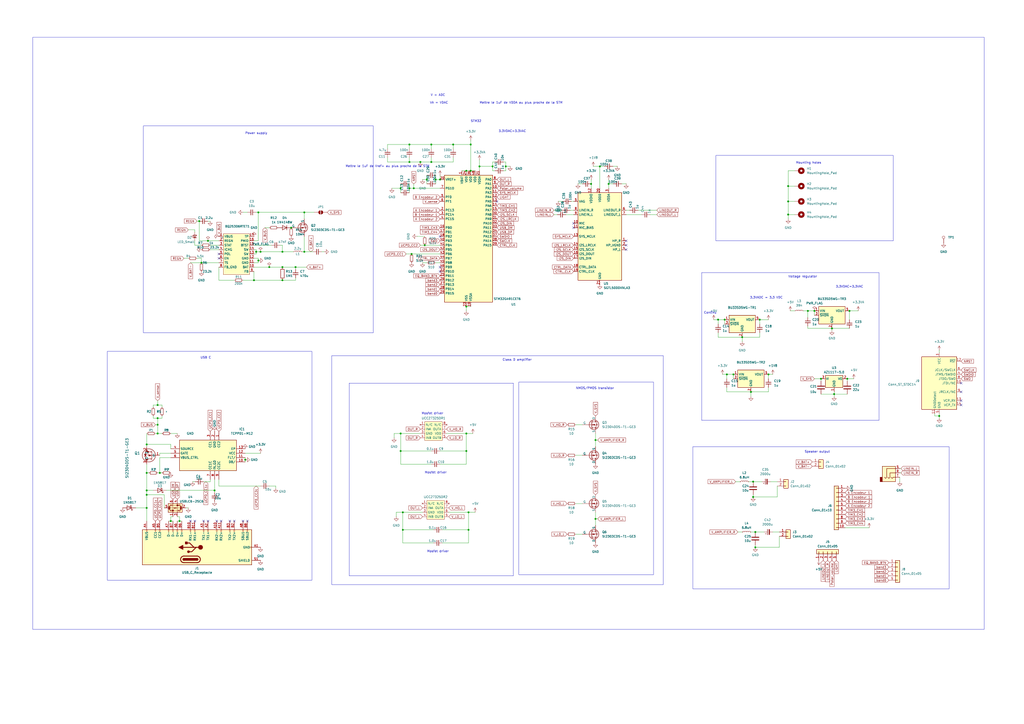
<source format=kicad_sch>
(kicad_sch (version 20231120) (generator "eeschema") (generator_version "8.0")
  (paper "A2")
  (junction (at 171.45 154.94))
  (junction (at 457.2 107.95))
  (junction (at 278.13 96.52))
  (junction (at 232.41 109.22))
  (junction (at 270.51 261.62))
  (junction (at 476.25 219.71))
  (junction (at 342.9 106.68))
  (junction (at 149.86 151.13))
  (junction (at 457.2 124.46))
  (junction (at 285.75 96.52))
  (junction (at 91.44 246.38))
  (junction (at 99.06 302.26))
  (junction (at 270.51 99.06))
  (junction (at 250.19 83.82))
  (junction (at 425.45 217.17))
  (junction (at 156.21 154.94))
  (junction (at 237.49 93.98))
  (junction (at 273.05 83.82))
  (junction (at 142.24 266.7))
  (junction (at 347.98 96.52))
  (junction (at 250.19 93.98))
  (junction (at 85.09 287.02))
  (junction (at 345.44 255.27))
  (junction (at 147.32 162.56))
  (junction (at 246.38 142.24))
  (junction (at 163.83 154.94))
  (junction (at 238.76 147.32))
  (junction (at 482.6 190.5))
  (junction (at 163.83 146.05))
  (junction (at 438.15 317.5))
  (junction (at 492.76 180.34))
  (junction (at 116.84 152.4))
  (junction (at 91.44 251.46))
  (junction (at 293.37 96.52))
  (junction (at 237.49 83.82))
  (junction (at 270.51 177.8))
  (junction (at 148.59 146.05))
  (junction (at 438.15 308.61))
  (junction (at 115.57 128.27))
  (junction (at 240.03 109.22))
  (junction (at 176.53 146.05))
  (junction (at 151.13 146.05))
  (junction (at 445.77 217.17))
  (junction (at 232.41 261.62))
  (junction (at 247.65 104.14))
  (junction (at 491.49 219.71))
  (junction (at 430.53 195.58))
  (junction (at 243.84 93.98))
  (junction (at 252.73 104.14))
  (junction (at 483.87 228.6))
  (junction (at 91.44 242.57))
  (junction (at 124.46 284.48))
  (junction (at 416.56 185.42))
  (junction (at 149.86 123.19))
  (junction (at 233.68 307.34))
  (junction (at 457.2 116.84))
  (junction (at 91.44 234.95))
  (junction (at 168.91 132.08))
  (junction (at 544.83 241.3))
  (junction (at 436.88 288.29))
  (junction (at 468.63 180.34))
  (junction (at 163.83 162.56))
  (junction (at 85.09 294.64))
  (junction (at 237.49 109.22))
  (junction (at 472.44 180.34))
  (junction (at 85.09 284.48))
  (junction (at 120.65 139.7))
  (junction (at 176.53 123.19))
  (junction (at 420.37 185.42))
  (junction (at 233.68 297.18))
  (junction (at 271.78 307.34))
  (junction (at 271.78 297.18))
  (junction (at 421.64 217.17))
  (junction (at 85.09 274.32))
  (junction (at 440.69 185.42))
  (junction (at 255.27 104.14))
  (junction (at 345.44 300.99))
  (junction (at 353.06 106.68))
  (junction (at 262.89 83.82))
  (junction (at 104.14 302.26))
  (junction (at 232.41 251.46))
  (junction (at 85.09 257.81))
  (junction (at 273.05 99.06))
  (junction (at 92.71 274.32))
  (junction (at 435.61 227.33))
  (junction (at 270.51 251.46))
  (junction (at 436.88 279.4))
  (no_connect (at 127 147.32))
  (no_connect (at 288.29 116.84))
  (no_connect (at 127 149.86))
  (no_connect (at 113.03 302.26))
  (no_connect (at 125.73 302.26))
  (no_connect (at 135.89 302.26))
  (no_connect (at 120.65 302.26))
  (no_connect (at 140.97 302.26))
  (no_connect (at 143.51 302.26))
  (no_connect (at 255.27 137.16))
  (no_connect (at 557.53 232.41))
  (no_connect (at 557.53 222.25))
  (no_connect (at 118.11 302.26))
  (no_connect (at 255.27 157.48))
  (no_connect (at 363.22 139.7))
  (no_connect (at 363.22 142.24))
  (no_connect (at 133.35 302.26))
  (no_connect (at 332.74 129.54))
  (no_connect (at 255.27 154.94))
  (no_connect (at 557.53 227.33))
  (no_connect (at 332.74 132.08))
  (no_connect (at 363.22 144.78))
  (no_connect (at 557.53 234.95))
  (no_connect (at 110.49 302.26))
  (no_connect (at 128.27 302.26))
  (wire (pts (xy 85.09 284.48) (xy 85.09 287.02)))
  (wire (pts (xy 347.98 96.52) (xy 350.52 96.52)))
  (wire (pts (xy 285.75 99.06) (xy 287.02 99.06)))
  (wire (pts (xy 334.01 246.38) (xy 337.82 246.38)))
  (wire (pts (xy 121.92 128.27) (xy 120.65 128.27)))
  (wire (pts (xy 85.09 287.02) (xy 85.09 294.64)))
  (wire (pts (xy 450.85 281.94) (xy 450.85 288.29)))
  (wire (pts (xy 224.79 83.82) (xy 224.79 86.36)))
  (wire (pts (xy 147.32 157.48) (xy 147.32 162.56)))
  (wire (pts (xy 438.15 308.61) (xy 443.23 308.61)))
  (wire (pts (xy 176.53 123.19) (xy 176.53 127)))
  (wire (pts (xy 147.32 152.4) (xy 149.86 152.4)))
  (wire (pts (xy 160.02 281.94) (xy 160.02 283.21)))
  (wire (pts (xy 345.44 255.27) (xy 345.44 259.08)))
  (wire (pts (xy 156.21 281.94) (xy 160.02 281.94)))
  (wire (pts (xy 237.49 91.44) (xy 237.49 93.98)))
  (wire (pts (xy 419.1 217.17) (xy 421.64 217.17)))
  (wire (pts (xy 270.51 177.8) (xy 270.51 180.34)))
  (wire (pts (xy 85.09 287.02) (xy 95.25 287.02)))
  (wire (pts (xy 466.09 180.34) (xy 468.63 180.34)))
  (wire (pts (xy 107.95 294.64) (xy 109.22 294.64)))
  (wire (pts (xy 97.79 302.26) (xy 99.06 302.26)))
  (wire (pts (xy 250.19 91.44) (xy 250.19 93.98)))
  (wire (pts (xy 93.98 241.3) (xy 93.98 242.57)))
  (wire (pts (xy 142.24 262.89) (xy 151.13 262.89)))
  (wire (pts (xy 250.19 269.24) (xy 232.41 269.24)))
  (wire (pts (xy 100.33 299.72) (xy 99.06 299.72)))
  (wire (pts (xy 240.03 109.22) (xy 255.27 109.22)))
  (wire (pts (xy 490.22 306.07) (xy 504.19 306.07)))
  (wire (pts (xy 237.49 93.98) (xy 243.84 93.98)))
  (wire (pts (xy 345.44 297.18) (xy 345.44 300.99)))
  (wire (pts (xy 440.69 193.04) (xy 440.69 195.58)))
  (wire (pts (xy 121.92 278.13) (xy 121.92 279.4)))
  (wire (pts (xy 434.34 279.4) (xy 436.88 279.4)))
  (wire (pts (xy 135.89 162.56) (xy 127 162.56)))
  (wire (pts (xy 240.03 106.68) (xy 240.03 109.22)))
  (wire (pts (xy 88.9 234.95) (xy 88.9 236.22)))
  (wire (pts (xy 421.64 224.79) (xy 421.64 227.33)))
  (wire (pts (xy 457.2 99.06) (xy 461.01 99.06)))
  (wire (pts (xy 140.97 123.19) (xy 143.51 123.19)))
  (wire (pts (xy 232.41 261.62) (xy 250.19 261.62)))
  (wire (pts (xy 224.79 91.44) (xy 224.79 93.98)))
  (wire (pts (xy 334.01 264.16) (xy 337.82 264.16)))
  (wire (pts (xy 228.6 254) (xy 228.6 251.46)))
  (wire (pts (xy 237.49 83.82) (xy 237.49 86.36)))
  (wire (pts (xy 91.44 251.46) (xy 91.44 246.38)))
  (wire (pts (xy 436.88 279.4) (xy 441.96 279.4)))
  (wire (pts (xy 252.73 101.6) (xy 252.73 104.14)))
  (wire (pts (xy 245.11 297.18) (xy 233.68 297.18)))
  (wire (pts (xy 233.68 297.18) (xy 233.68 307.34)))
  (wire (pts (xy 114.3 149.86) (xy 116.84 149.86)))
  (wire (pts (xy 85.09 269.24) (xy 85.09 274.32)))
  (wire (pts (xy 381 124.46) (xy 377.19 124.46)))
  (wire (pts (xy 91.44 274.32) (xy 92.71 274.32)))
  (wire (pts (xy 445.77 217.17) (xy 445.77 219.71)))
  (wire (pts (xy 149.86 123.19) (xy 149.86 139.7)))
  (wire (pts (xy 171.45 154.94) (xy 171.45 156.21)))
  (wire (pts (xy 251.46 314.96) (xy 233.68 314.96)))
  (wire (pts (xy 229.87 299.72) (xy 229.87 297.18)))
  (wire (pts (xy 149.86 151.13) (xy 149.86 149.86)))
  (wire (pts (xy 355.6 96.52) (xy 358.14 96.52)))
  (wire (pts (xy 323.85 116.84) (xy 326.39 116.84)))
  (wire (pts (xy 127 281.94) (xy 151.13 281.94)))
  (wire (pts (xy 243.84 251.46) (xy 232.41 251.46)))
  (wire (pts (xy 243.84 142.24) (xy 246.38 142.24)))
  (wire (pts (xy 321.31 121.92) (xy 325.755 121.92)))
  (wire (pts (xy 445.77 217.17) (xy 448.31 217.17)))
  (wire (pts (xy 232.41 106.68) (xy 232.41 109.22)))
  (wire (pts (xy 85.09 302.26) (xy 85.09 294.64)))
  (wire (pts (xy 104.14 302.26) (xy 105.41 302.26)))
  (wire (pts (xy 425.45 217.17) (xy 425.45 219.71)))
  (wire (pts (xy 468.63 190.5) (xy 482.6 190.5)))
  (wire (pts (xy 542.29 241.3) (xy 544.83 241.3)))
  (wire (pts (xy 468.63 184.15) (xy 468.63 180.34)))
  (wire (pts (xy 267.97 99.06) (xy 270.51 99.06)))
  (wire (pts (xy 148.59 146.05) (xy 151.13 146.05)))
  (wire (pts (xy 90.17 246.38) (xy 91.44 246.38)))
  (wire (pts (xy 147.32 142.24) (xy 157.48 142.24)))
  (wire (pts (xy 270.51 261.62) (xy 270.51 269.24)))
  (wire (pts (xy 85.09 251.46) (xy 85.09 257.81)))
  (wire (pts (xy 445.77 224.79) (xy 445.77 227.33)))
  (wire (pts (xy 118.11 279.4) (xy 121.92 279.4)))
  (wire (pts (xy 147.32 144.78) (xy 148.59 144.78)))
  (wire (pts (xy 148.59 147.32) (xy 147.32 147.32)))
  (wire (pts (xy 95.25 287.02) (xy 95.25 294.64)))
  (wire (pts (xy 414.02 185.42) (xy 416.56 185.42)))
  (wire (pts (xy 116.84 149.86) (xy 116.84 152.4)))
  (wire (pts (xy 91.44 246.38) (xy 91.44 242.57)))
  (wire (pts (xy 92.71 274.32) (xy 93.98 274.32)))
  (wire (pts (xy 85.09 284.48) (xy 88.9 284.48)))
  (wire (pts (xy 245.11 104.14) (xy 247.65 104.14)))
  (wire (pts (xy 91.44 232.41) (xy 91.44 234.95)))
  (wire (pts (xy 92.71 265.43) (xy 92.71 274.32)))
  (wire (pts (xy 344.17 96.52) (xy 347.98 96.52)))
  (wire (pts (xy 416.56 185.42) (xy 420.37 185.42)))
  (wire (pts (xy 102.87 299.72) (xy 104.14 299.72)))
  (wire (pts (xy 468.63 180.34) (xy 472.44 180.34)))
  (wire (pts (xy 252.73 152.4) (xy 255.27 152.4)))
  (wire (pts (xy 233.68 307.34) (xy 233.68 314.96)))
  (wire (pts (xy 142.24 266.7) (xy 142.24 267.97)))
  (wire (pts (xy 285.75 96.52) (xy 285.75 99.06)))
  (wire (pts (xy 458.47 180.34) (xy 461.01 180.34)))
  (wire (pts (xy 353.06 106.68) (xy 355.6 106.68)))
  (wire (pts (xy 237.49 109.22) (xy 240.03 109.22)))
  (wire (pts (xy 238.76 147.32) (xy 255.27 147.32)))
  (wire (pts (xy 256.54 314.96) (xy 271.78 314.96)))
  (wire (pts (xy 232.41 251.46) (xy 232.41 261.62)))
  (wire (pts (xy 334.01 292.1) (xy 337.82 292.1)))
  (wire (pts (xy 335.28 106.68) (xy 337.82 106.68)))
  (wire (pts (xy 255.27 269.24) (xy 270.51 269.24)))
  (wire (pts (xy 521.97 271.78) (xy 522.605 271.78)))
  (wire (pts (xy 149.86 123.19) (xy 176.53 123.19)))
  (wire (pts (xy 293.37 96.52) (xy 293.37 99.06)))
  (wire (pts (xy 416.56 195.58) (xy 430.53 195.58)))
  (wire (pts (xy 438.15 316.23) (xy 438.15 317.5)))
  (wire (pts (xy 85.09 257.81) (xy 85.09 259.08)))
  (wire (pts (xy 342.9 104.14) (xy 342.9 106.68)))
  (wire (pts (xy 440.69 185.42) (xy 445.77 185.42)))
  (wire (pts (xy 255.27 101.6) (xy 255.27 104.14)))
  (wire (pts (xy 124.46 285.75) (xy 124.46 284.48)))
  (wire (pts (xy 186.69 146.05) (xy 187.96 146.05)))
  (wire (pts (xy 113.03 142.24) (xy 116.84 142.24)))
  (wire (pts (xy 472.44 219.71) (xy 476.25 219.71)))
  (wire (pts (xy 262.89 83.82) (xy 262.89 86.36)))
  (wire (pts (xy 476.25 219.71) (xy 476.25 220.98)))
  (wire (pts (xy 345.44 251.46) (xy 345.44 255.27)))
  (wire (pts (xy 156.21 154.94) (xy 163.83 154.94)))
  (wire (pts (xy 121.92 142.24) (xy 127 142.24)))
  (wire (pts (xy 111.76 279.4) (xy 113.03 279.4)))
  (wire (pts (xy 328.295 124.46) (xy 332.74 124.46)))
  (wire (pts (xy 148.59 123.19) (xy 149.86 123.19)))
  (wire (pts (xy 342.9 106.68) (xy 342.9 109.22)))
  (wire (pts (xy 457.2 116.84) (xy 457.2 107.95)))
  (wire (pts (xy 365.125 121.92) (xy 363.22 121.92)))
  (wire (pts (xy 99.06 299.72) (xy 99.06 302.26)))
  (wire (pts (xy 381 121.92) (xy 370.205 121.92)))
  (wire (pts (xy 256.54 307.34) (xy 271.78 307.34)))
  (wire (pts (xy 271.78 307.34) (xy 271.78 297.18)))
  (wire (pts (xy 149.86 152.4) (xy 149.86 151.13)))
  (wire (pts (xy 113.03 133.35) (xy 113.03 134.62)))
  (wire (pts (xy 241.935 137.16) (xy 246.38 137.16)))
  (wire (pts (xy 483.87 229.87) (xy 483.87 228.6)))
  (wire (pts (xy 521.97 276.86) (xy 521.97 279.4)))
  (wire (pts (xy 232.41 109.22) (xy 232.41 111.76)))
  (wire (pts (xy 99.06 260.35) (xy 99.06 257.81)))
  (wire (pts (xy 175.26 146.05) (xy 176.53 146.05)))
  (wire (pts (xy 91.44 234.95) (xy 88.9 234.95)))
  (wire (pts (xy 491.49 219.71) (xy 491.49 220.98)))
  (wire (pts (xy 426.72 279.4) (xy 429.26 279.4)))
  (wire (pts (xy 176.53 123.19) (xy 182.245 123.19)))
  (wire (pts (xy 476.25 228.6) (xy 483.87 228.6)))
  (wire (pts (xy 445.77 227.33) (xy 435.61 227.33)))
  (wire (pts (xy 430.53 195.58) (xy 430.53 198.12)))
  (wire (pts (xy 457.2 107.95) (xy 461.01 107.95)))
  (wire (pts (xy 85.09 294.64) (xy 78.74 294.64)))
  (wire (pts (xy 273.05 83.82) (xy 273.05 99.06)))
  (wire (pts (xy 345.44 300.99) (xy 346.71 300.99)))
  (wire (pts (xy 85.09 274.32) (xy 86.36 274.32)))
  (wire (pts (xy 224.79 93.98) (xy 237.49 93.98)))
  (wire (pts (xy 421.64 217.17) (xy 425.45 217.17)))
  (wire (pts (xy 450.85 288.29) (xy 436.88 288.29)))
  (wire (pts (xy 292.1 99.06) (xy 293.37 99.06)))
  (wire (pts (xy 93.98 242.57) (xy 91.44 242.57)))
  (wire (pts (xy 246.38 142.24) (xy 255.27 142.24)))
  (wire (pts (xy 483.87 228.6) (xy 491.49 228.6)))
  (wire (pts (xy 492.76 180.34) (xy 497.84 180.34)))
  (wire (pts (xy 483.87 228.6) (xy 483.87 227.33)))
  (wire (pts (xy 492.76 180.34) (xy 492.76 185.42)))
  (wire (pts (xy 247.65 104.14) (xy 247.65 106.68)))
  (wire (pts (xy 273.05 81.28) (xy 273.05 83.82)))
  (wire (pts (xy 162.56 142.24) (xy 163.83 142.24)))
  (wire (pts (xy 457.2 107.95) (xy 457.2 99.06)))
  (wire (pts (xy 292.1 93.98) (xy 293.37 93.98)))
  (wire (pts (xy 115.57 139.7) (xy 115.57 128.27)))
  (wire (pts (xy 421.64 217.17) (xy 421.64 219.71)))
  (wire (pts (xy 106.68 149.86) (xy 109.22 149.86)))
  (wire (pts (xy 124.46 278.13) (xy 124.46 284.48)))
  (wire (pts (xy 127 162.56) (xy 127 154.94)))
  (wire (pts (xy 278.13 96.52) (xy 278.13 99.06)))
  (wire (pts (xy 452.12 317.5) (xy 438.15 317.5)))
  (wire (pts (xy 447.04 279.4) (xy 450.85 279.4)))
  (wire (pts (xy 93.98 236.22) (xy 93.98 234.95)))
  (wire (pts (xy 420.37 185.42) (xy 420.37 187.96)))
  (wire (pts (xy 149.86 149.86) (xy 147.32 149.86)))
  (wire (pts (xy 250.19 93.98) (xy 262.89 93.98)))
  (wire (pts (xy 93.98 234.95) (xy 91.44 234.95)))
  (wire (pts (xy 334.01 309.88) (xy 337.82 309.88)))
  (wire (pts (xy 233.68 307.34) (xy 251.46 307.34)))
  (wire (pts (xy 99.06 251.46) (xy 102.87 251.46)))
  (wire (pts (xy 245.11 152.4) (xy 247.65 152.4)))
  (wire (pts (xy 227.33 109.22) (xy 232.41 109.22)))
  (wire (pts (xy 472.44 180.34) (xy 472.44 182.88)))
  (wire (pts (xy 250.19 83.82) (xy 262.89 83.82)))
  (wire (pts (xy 270.51 261.62) (xy 270.51 251.46)))
  (wire (pts (xy 271.78 297.18) (xy 275.59 297.18)))
  (wire (pts (xy 293.37 96.52) (xy 295.91 96.52)))
  (wire (pts (xy 278.13 92.71) (xy 278.13 96.52)))
  (wire (pts (xy 347.98 96.52) (xy 347.98 109.22)))
  (wire (pts (xy 120.65 139.7) (xy 127 139.7)))
  (wire (pts (xy 102.87 302.26) (xy 104.14 302.26)))
  (wire (pts (xy 114.3 128.27) (xy 115.57 128.27)))
  (wire (pts (xy 243.84 93.98) (xy 250.19 93.98)))
  (wire (pts (xy 285.75 93.98) (xy 285.75 96.52)))
  (wire (pts (xy 88.9 242.57) (xy 88.9 241.3)))
  (wire (pts (xy 262.89 83.82) (xy 273.05 83.82)))
  (wire (pts (xy 544.83 240.03) (xy 544.83 241.3)))
  (wire (pts (xy 321.31 124.46) (xy 323.215 124.46)))
  (wire (pts (xy 147.32 154.94) (xy 156.21 154.94)))
  (wire (pts (xy 149.86 139.7) (xy 147.32 139.7)))
  (wire (pts (xy 92.71 262.89) (xy 99.06 262.89)))
  (wire (pts (xy 142.24 265.43) (xy 142.24 266.7)))
  (wire (pts (xy 96.52 284.48) (xy 124.46 284.48)))
  (wire (pts (xy 110.49 152.4) (xy 116.84 152.4)))
  (wire (pts (xy 482.6 190.5) (xy 482.6 191.77)))
  (wire (pts (xy 457.2 127) (xy 457.2 124.46)))
  (wire (pts (xy 436.88 287.02) (xy 436.88 288.29)))
  (wire (pts (xy 440.69 195.58) (xy 430.53 195.58)))
  (wire (pts (xy 293.37 93.98) (xy 293.37 96.52)))
  (wire (pts (xy 440.69 185.42) (xy 440.69 187.96)))
  (wire (pts (xy 232.41 261.62) (xy 232.41 269.24)))
  (wire (pts (xy 140.97 162.56) (xy 147.32 162.56)))
  (wire (pts (xy 85.09 274.32) (xy 85.09 284.48)))
  (wire (pts (xy 270.51 251.46) (xy 259.08 251.46)))
  (wire (pts (xy 153.67 132.08) (xy 156.21 132.08)))
  (wire (pts (xy 116.84 152.4) (xy 127 152.4)))
  (wire (pts (xy 224.79 83.82) (xy 237.49 83.82)))
  (wire (pts (xy 176.53 146.05) (xy 181.61 146.05)))
  (wire (pts (xy 229.87 297.18) (xy 233.68 297.18)))
  (wire (pts (xy 176.53 137.16) (xy 176.53 146.05)))
  (wire (pts (xy 91.44 242.57) (xy 88.9 242.57)))
  (wire (pts (xy 99.06 302.26) (xy 100.33 302.26)))
  (wire (pts (xy 435.61 308.61) (xy 438.15 308.61)))
  (wire (pts (xy 544.83 241.3) (xy 544.83 242.57)))
  (wire (pts (xy 270.51 177.8) (xy 273.05 177.8)))
  (wire (pts (xy 148.59 146.05) (xy 148.59 147.32)))
  (wire (pts (xy 252.73 104.14) (xy 252.73 106.68)))
  (wire (pts (xy 482.6 190.5) (xy 492.76 190.5)))
  (wire (pts (xy 330.835 121.92) (xy 332.74 121.92)))
  (wire (pts (xy 171.45 161.29) (xy 171.45 162.56)))
  (wire (pts (xy 262.89 91.44) (xy 262.89 93.98)))
  (wire (pts (xy 353.06 106.68) (xy 353.06 109.22)))
  (wire (pts (xy 491.49 219.71) (xy 495.3 219.71)))
  (wire (pts (xy 255.27 261.62) (xy 270.51 261.62)))
  (wire (pts (xy 468.63 189.23) (xy 468.63 190.5)))
  (wire (pts (xy 345.44 255.27) (xy 346.71 255.27)))
  (wire (pts (xy 271.78 297.18) (xy 260.35 297.18)))
  (wire (pts (xy 99.06 265.43) (xy 92.71 265.43)))
  (wire (pts (xy 457.2 116.84) (xy 461.01 116.84)))
  (wire (pts (xy 237.49 106.68) (xy 237.49 109.22)))
  (wire (pts (xy 151.13 146.05) (xy 163.83 146.05)))
  (wire (pts (xy 345.44 300.99) (xy 345.44 304.8)))
  (wire (pts (xy 171.45 154.94) (xy 177.8 154.94)))
  (wire (pts (xy 457.2 124.46) (xy 457.2 116.84)))
  (wire (pts (xy 104.14 299.72) (xy 104.14 302.26)))
  (wire (pts (xy 457.2 124.46) (xy 461.01 124.46)))
  (wire (pts (xy 435.61 227.33) (xy 435.61 229.87)))
  (wire (pts (xy 372.11 124.46) (xy 363.22 124.46)))
  (wire (pts (xy 237.49 83.82) (xy 250.19 83.82)))
  (wire (pts (xy 416.56 193.04) (xy 416.56 195.58)))
  (wire (pts (xy 353.06 104.14) (xy 353.06 106.68)))
  (wire (pts (xy 521.97 274.32) (xy 522.605 274.32)))
  (wire (pts (xy 247.65 101.6) (xy 247.65 104.14)))
  (wire (pts (xy 99.06 257.81) (xy 85.09 257.81)))
  (wire (pts (xy 237.49 109.22) (xy 237.49 111.76)))
  (wire (pts (xy 273.05 99.06) (xy 275.59 99.06)))
  (wire (pts (xy 148.59 144.78) (xy 148.59 146.05)))
  (wire (pts (xy 360.68 106.68) (xy 363.22 106.68)))
  (wire (pts (xy 448.31 308.61) (xy 452.12 308.61)))
  (wire (pts (xy 163.83 154.94) (xy 171.45 154.94)))
  (wire (pts (xy 163.83 142.24) (xy 163.83 146.05)))
  (wire (pts (xy 109.22 133.35) (xy 113.03 133.35)))
  (wire (pts (xy 427.99 308.61) (xy 430.53 308.61)))
  (wire (pts (xy 416.56 185.42) (xy 416.56 187.96)))
  (wire (pts (xy 235.585 147.32) (xy 238.76 147.32)))
  (wire (pts (xy 163.83 162.56) (xy 171.45 162.56)))
  (wire (pts (xy 270.51 251.46) (xy 274.32 251.46)))
  (wire (pts (xy 228.6 251.46) (xy 232.41 251.46)))
  (wire (pts (xy 163.83 146.05) (xy 170.18 146.05)))
  (wire (pts (xy 544.83 204.47) (xy 544.83 203.2)))
  (wire (pts (xy 120.65 139.7) (xy 115.57 139.7)))
  (wire (pts (xy 121.92 144.78) (xy 127 144.78)))
  (wire (pts (xy 331.47 116.84) (xy 332.74 116.84)))
  (wire (pts (xy 542.29 240.03) (xy 542.29 241.3)))
  (wire (pts (xy 278.13 96.52) (xy 285.75 96.52)))
  (wire (pts (xy 92.71 262.89) (xy 92.71 264.16)))
  (wire (pts (xy 113.03 139.7) (xy 113.03 142.24)))
  (wire (pts (xy 90.17 251.46) (xy 91.44 251.46)))
  (wire (pts (xy 91.44 251.46) (xy 93.98 251.46)))
  (wire (pts (xy 270.51 99.06) (xy 273.05 99.06)))
  (wire (pts (xy 252.73 104.14) (xy 255.27 104.14)))
  (wire (pts (xy 147.32 162.56) (xy 163.83 162.56)))
  (wire (pts (xy 421.64 227.33) (xy 435.61 227.33)))
  (wire (pts (xy 271.78 307.34) (xy 271.78 314.96)))
  (wire (pts (xy 452.12 311.15) (xy 452.12 317.5)))
  (wire (pts (xy 250.19 83.82) (xy 250.19 86.36)))
  (wire (pts (xy 127 278.13) (xy 127 281.94)))
  (wire (pts (xy 285.75 93.98) (xy 287.02 93.98)))
  (rectangle (start 19.05 21.59) (end 570.865 365.125))
  (rectangle (start 407.035 158.115) (end 509.905 243.84))
  (rectangle (start 401.955 259.08) (end 550.545 341.63))
  (rectangle (start 62.23 203.835) (end 180.975 336.55))
  (rectangle (start 202.565 222.25) (end 297.815 334.01))
  (rectangle (start 300.99 221.615) (end 379.095 333.375))
  (rectangle (start 415.29 90.17) (end 518.16 139.7))
  (rectangle (start 192.405 206.375) (end 384.81 339.09))
  (rectangle (start 83.185 73.025) (end 216.535 193.04))
  (text "Class D amplifier\n" (at 291.465 209.55 0) (effects (font (size 1.27 1.27)) (justify left bottom)))
  (text "V = ADC" (at 254 55.245 0) (effects (font (size 1.27 1.27))))
  (text "Power supply\n" (at 142.24 78.105 0) (effects (font (size 1.27 1.27)) (justify left bottom)))
  (text "Mounting holes" (at 461.645 95.25 0) (effects (font (size 1.27 1.27)) (justify left bottom)))
  (text "Mettre le 1uF de VDDA au plus proche de la STM\n" (at 302.26 59.69 0) (effects (font (size 1.27 1.27))))
  (text "Voltage regulator\n\n" (at 457.2 163.322 0) (effects (font (size 1.27 1.27)) (justify left bottom)))
  (text "Mosfet driver\n" (at 246.38 274.955 0) (effects (font (size 1.27 1.27)) (justify left bottom)))
  (text "USB C\n" (at 116.205 208.28 0) (effects (font (size 1.27 1.27)) (justify left bottom)))
  (text "3.3VDAC=3.3VAC" (at 492.76 166.37 0) (effects (font (size 1.27 1.27))))
  (text "VA = VDAC" (at 254.635 59.69 0) (effects (font (size 1.27 1.27))))
  (text "Mettre le 1uF de Vref+ au plus proche de la STM\n" (at 224.79 96.52 0) (effects (font (size 1.27 1.27))))
  (text "NMOS/PMOS transistor\n" (at 334.01 226.06 0) (effects (font (size 1.27 1.27)) (justify left bottom)))
  (text "3.3VDAC=3.3VAC" (at 297.18 76.2 0) (effects (font (size 1.27 1.27))))
  (text "Speaker output\n" (at 466.725 262.89 0) (effects (font (size 1.27 1.27)) (justify left bottom)))
  (text "STM32\n" (at 273.05 71.12 0) (effects (font (size 1.27 1.27)) (justify left bottom)))
  (text "3.3VADC = 3.3 VDC" (at 444.5 172.72 0) (effects (font (size 1.27 1.27))))
  (text "Continu\n" (at 408.305 182.245 0) (effects (font (size 1.27 1.27)) (justify left bottom)))
  (text "Mosfet driver\n" (at 247.65 320.675 0) (effects (font (size 1.27 1.27)) (justify left bottom)))
  (text "Mosfet driver\n" (at 244.475 240.665 0) (effects (font (size 1.27 1.27)) (justify left bottom)))
  (global_label "SWO" (shape input) (at 255.27 139.7 180) (property "Intersheetrefs" "${INTERSHEET_REFS}" (effects (hide yes))))
  (global_label "UCPD_CC1c" (shape input) (at 90.17 302.26 90) (property "Intersheetrefs" "${INTERSHEET_REFS}" (effects (hide yes))))
  (global_label "A Encodeur 2" (shape input) (at 255.27 127 180) (property "Intersheetrefs" "${INTERSHEET_REFS}" (effects (hide yes))))
  (global_label "CTRL_DATA" (shape input) (at 255.27 149.86 180) (property "Intersheetrefs" "${INTERSHEET_REFS}" (effects (hide yes))))
  (global_label "V_SYS" (shape input) (at 472.44 219.71 180) (property "Intersheetrefs" "${INTERSHEET_REFS}" (effects (hide yes))))
  (global_label "TIM3_CH1" (shape input) (at 490.22 295.91 0) (property "Intersheetrefs" "${INTERSHEET_REFS}" (effects (hide yes))))
  (global_label "SYS_MCLK" (shape input) (at 332.74 137.16 180) (property "Intersheetrefs" "${INTERSHEET_REFS}" (effects (hide yes))))
  (global_label "SWDIO" (shape input) (at 288.29 137.16 0) (property "Intersheetrefs" "${INTERSHEET_REFS}" (effects (hide yes))))
  (global_label "NRST" (shape input) (at 557.53 209.55 0) (property "Intersheetrefs" "${INTERSHEET_REFS}" (effects (hide yes))))
  (global_label "REGN" (shape input) (at 114.3 128.27 180) (property "Intersheetrefs" "${INTERSHEET_REFS}" (effects (hide yes))))
  (global_label "B Encodeur 2" (shape input) (at 490.22 290.83 0) (property "Intersheetrefs" "${INTERSHEET_REFS}" (effects (hide yes))))
  (global_label "A Encodeur 1" (shape input) (at 255.27 121.92 180) (property "Intersheetrefs" "${INTERSHEET_REFS}" (effects (hide yes))))
  (global_label "V_LO_L" (shape input) (at 260.35 299.72 0) (property "Intersheetrefs" "${INTERSHEET_REFS}" (effects (hide yes))))
  (global_label "I2S_LRCLK" (shape input) (at 332.74 142.24 180) (property "Intersheetrefs" "${INTERSHEET_REFS}" (effects (hide yes))))
  (global_label "TIM3_CH2" (shape input) (at 288.29 121.92 0) (property "Intersheetrefs" "${INTERSHEET_REFS}" (effects (hide yes))))
  (global_label "V_BAT-" (shape input) (at 110.49 152.4 270) (property "Intersheetrefs" "${INTERSHEET_REFS}" (effects (hide yes))))
  (global_label "UCPD_CC2c" (shape input) (at 148.59 281.94 270) (property "Intersheetrefs" "${INTERSHEET_REFS}" (effects (hide yes))))
  (global_label "SYS_MCLK" (shape input) (at 288.29 111.76 0) (property "Intersheetrefs" "${INTERSHEET_REFS}" (effects (hide yes))))
  (global_label "V_sense" (shape input) (at 91.44 232.41 90) (property "Intersheetrefs" "${INTERSHEET_REFS}" (effects (hide yes))))
  (global_label "band0" (shape input) (at 515.62 336.55 180) (property "Intersheetrefs" "${INTERSHEET_REFS}" (effects (hide yes))))
  (global_label "V_sense" (shape input) (at 255.27 116.84 180) (property "Intersheetrefs" "${INTERSHEET_REFS}" (effects (hide yes))))
  (global_label "V_HO_R" (shape input) (at 259.08 248.92 0) (property "Intersheetrefs" "${INTERSHEET_REFS}" (effects (hide yes))))
  (global_label "OUT_R" (shape input) (at 243.84 248.92 180) (property "Intersheetrefs" "${INTERSHEET_REFS}" (effects (hide yes))))
  (global_label "SWCLK" (shape input) (at 288.29 139.7 0) (property "Intersheetrefs" "${INTERSHEET_REFS}" (effects (hide yes))))
  (global_label "I2S_SCLK" (shape input) (at 332.74 144.78 180) (property "Intersheetrefs" "${INTERSHEET_REFS}" (effects (hide yes))))
  (global_label "band0" (shape input) (at 255.27 170.18 180) (property "Intersheetrefs" "${INTERSHEET_REFS}" (effects (hide yes))))
  (global_label "V_SYS" (shape input) (at 345.44 287.02 90) (property "Intersheetrefs" "${INTERSHEET_REFS}" (effects (hide yes))))
  (global_label "USB_DP" (shape input) (at 288.29 134.62 0) (property "Intersheetrefs" "${INTERSHEET_REFS}" (effects (hide yes))))
  (global_label "USB_DP" (shape input) (at 102.87 289.56 90) (property "Intersheetrefs" "${INTERSHEET_REFS}" (effects (hide yes))))
  (global_label "V_BUS" (shape input) (at 90.17 246.38 180) (property "Intersheetrefs" "${INTERSHEET_REFS}" (effects (hide yes))))
  (global_label "V_BAT-" (shape input) (at 471.17 270.51 180) (property "Intersheetrefs" "${INTERSHEET_REFS}" (effects (hide yes))))
  (global_label "OUT_L" (shape input) (at 245.11 294.64 180) (property "Intersheetrefs" "${INTERSHEET_REFS}" (effects (hide yes))))
  (global_label "band2" (shape input) (at 515.62 331.47 180) (property "Intersheetrefs" "${INTERSHEET_REFS}" (effects (hide yes))))
  (global_label "B Encodeur 2" (shape input) (at 255.27 114.3 180) (property "Intersheetrefs" "${INTERSHEET_REFS}" (effects (hide yes))))
  (global_label "TIM3_CH3" (shape input) (at 255.27 132.08 180) (property "Intersheetrefs" "${INTERSHEET_REFS}" (effects (hide yes))))
  (global_label "CTRL_CLK" (shape input) (at 332.74 157.48 180) (property "Intersheetrefs" "${INTERSHEET_REFS}" (effects (hide yes))))
  (global_label "LINEIN_R" (shape input) (at 522.605 274.32 0) (property "Intersheetrefs" "${INTERSHEET_REFS}" (effects (hide yes))))
  (global_label "V_BUS" (shape input) (at 127 137.16 90) (property "Intersheetrefs" "${INTERSHEET_REFS}" (effects (hide yes))))
  (global_label "REGN" (shape input) (at 106.68 149.86 180) (property "Intersheetrefs" "${INTERSHEET_REFS}" (effects (hide yes))))
  (global_label "band1" (shape input) (at 515.62 334.01 180) (property "Intersheetrefs" "${INTERSHEET_REFS}" (effects (hide yes))))
  (global_label "I2S_DIN" (shape input) (at 332.74 149.86 180) (property "Intersheetrefs" "${INTERSHEET_REFS}" (effects (hide yes))))
  (global_label "CTRL_DATA" (shape input) (at 332.74 154.94 180) (property "Intersheetrefs" "${INTERSHEET_REFS}" (effects (hide yes))))
  (global_label "SWO" (shape input) (at 557.53 219.71 0) (property "Intersheetrefs" "${INTERSHEET_REFS}" (effects (hide yes))))
  (global_label "I2S_DOUT" (shape input) (at 332.74 147.32 180) (property "Intersheetrefs" "${INTERSHEET_REFS}" (effects (hide yes))))
  (global_label "LINEOUT_R" (shape input) (at 381 121.92 0) (property "Intersheetrefs" "${INTERSHEET_REFS}" (effects (hide yes))))
  (global_label "V_SYS" (shape input) (at 345.44 241.3 90) (property "Intersheetrefs" "${INTERSHEET_REFS}" (effects (hide yes))))
  (global_label "OUT_R" (shape input) (at 288.29 106.68 0) (property "Intersheetrefs" "${INTERSHEET_REFS}" (effects (hide yes))))
  (global_label "V_HO_L" (shape input) (at 260.35 294.64 0) (property "Intersheetrefs" "${INTERSHEET_REFS}" (effects (hide yes))))
  (global_label "V_SYS" (shape input) (at 189.865 123.19 0) (property "Intersheetrefs" "${INTERSHEET_REFS}" (effects (hide yes))))
  (global_label "USB_DM" (shape input) (at 100.33 289.56 90) (property "Intersheetrefs" "${INTERSHEET_REFS}" (effects (hide yes))))
  (global_label "V_HO_R" (shape input) (at 328.93 246.38 180) (property "Intersheetrefs" "${INTERSHEET_REFS}" (effects (hide yes))))
  (global_label "V_BUS" (shape input) (at 153.67 132.08 270) (property "Intersheetrefs" "${INTERSHEET_REFS}" (effects (hide yes))))
  (global_label "CTRL_CLK" (shape input) (at 288.29 142.24 0) (property "Intersheetrefs" "${INTERSHEET_REFS}" (effects (hide yes))))
  (global_label "V_HO_L" (shape input) (at 328.93 292.1 180) (property "Intersheetrefs" "${INTERSHEET_REFS}" (effects (hide yes))))
  (global_label "OUT_L" (shape input) (at 288.29 104.14 0) (property "Intersheetrefs" "${INTERSHEET_REFS}" (effects (hide yes))))
  (global_label "TIM3_CH3" (shape input) (at 490.22 300.99 0) (property "Intersheetrefs" "${INTERSHEET_REFS}" (effects (hide yes))))
  (global_label "band3" (shape input) (at 255.27 162.56 180) (property "Intersheetrefs" "${INTERSHEET_REFS}" (effects (hide yes))))
  (global_label "band1" (shape input) (at 255.27 167.64 180) (property "Intersheetrefs" "${INTERSHEET_REFS}" (effects (hide yes))))
  (global_label "V_AMPLIFIER_L" (shape input) (at 426.72 279.4 180) (property "Intersheetrefs" "${INTERSHEET_REFS}" (effects (hide yes))))
  (global_label "EQ_BAND_BTN" (shape input) (at 255.27 160.02 180) (property "Intersheetrefs" "${INTERSHEET_REFS}" (effects (hide yes))))
  (global_label "UCPD_CC1c" (shape input) (at 119.38 279.4 270) (property "Intersheetrefs" "${INTERSHEET_REFS}" (effects (hide yes))))
  (global_label "V_LO_L" (shape input) (at 328.93 309.88 180) (property "Intersheetrefs" "${INTERSHEET_REFS}" (effects (hide yes))))
  (global_label "LIGHT" (shape input) (at 288.29 114.3 0) (property "Intersheetrefs" "${INTERSHEET_REFS}" (effects (hide yes))))
  (global_label "LINEOUT_R" (shape input) (at 480.06 325.12 270) (property "Intersheetrefs" "${INTERSHEET_REFS}" (effects (hide yes))))
  (global_label "B Encodeur 1" (shape input) (at 255.27 124.46 180) (property "Intersheetrefs" "${INTERSHEET_REFS}" (effects (hide yes))))
  (global_label "TIM3_CH4" (shape input) (at 255.27 134.62 180) (property "Intersheetrefs" "${INTERSHEET_REFS}" (effects (hide yes))))
  (global_label "V_BAT+" (shape input) (at 180.34 146.05 90) (property "Intersheetrefs" "${INTERSHEET_REFS}" (effects (hide yes))))
  (global_label "V_AMPLIFIER_R" (shape input) (at 346.71 255.27 0) (property "Intersheetrefs" "${INTERSHEET_REFS}" (effects (hide yes))))
  (global_label "V_BAT+" (shape input) (at 471.17 267.97 180) (property "Intersheetrefs" "${INTERSHEET_REFS}" (effects (hide yes))))
  (global_label "UCPD_CC1" (shape input) (at 121.92 250.19 90) (property "Intersheetrefs" "${INTERSHEET_REFS}" (effects (hide yes))))
  (global_label "LIGHT" (shape input) (at 485.14 325.12 270) (property "Intersheetrefs" "${INTERSHEET_REFS}" (effects (hide yes))))
  (global_label "SWCLK" (shape input) (at 557.53 214.63 0) (property "Intersheetrefs" "${INTERSHEET_REFS}" (effects (hide yes))))
  (global_label "EQ_BAND_BTN" (shape input) (at 515.62 326.39 180) (property "Intersheetrefs" "${INTERSHEET_REFS}" (effects (hide yes))))
  (global_label "LINEIN_L" (shape input) (at 522.605 271.78 0) (property "Intersheetrefs" "${INTERSHEET_REFS}" (effects (hide yes))))
  (global_label "Potar_volume" (shape input) (at 288.29 109.22 0) (property "Intersheetrefs" "${INTERSHEET_REFS}" (effects (hide yes))))
  (global_label "LINEIN_R" (shape input) (at 321.31 121.92 180) (property "Intersheetrefs" "${INTERSHEET_REFS}" (effects (hide yes))))
  (global_label "TIM3_CH1" (shape input) (at 288.29 119.38 0) (property "Intersheetrefs" "${INTERSHEET_REFS}" (effects (hide yes))))
  (global_label "REGN" (shape input) (at 109.22 133.35 180) (property "Intersheetrefs" "${INTERSHEET_REFS}" (effects (hide yes))))
  (global_label "V_LO_R" (shape input) (at 328.93 264.16 180) (property "Intersheetrefs" "${INTERSHEET_REFS}" (effects (hide yes))))
  (global_label "LINEOUT_L" (shape input) (at 477.52 325.12 270) (property "Intersheetrefs" "${INTERSHEET_REFS}" (effects (hide yes))))
  (global_label "SWDIO" (shape input) (at 557.53 217.17 0) (property "Intersheetrefs" "${INTERSHEET_REFS}" (effects (hide yes))))
  (global_label "band2" (shape input) (at 255.27 165.1 180) (property "Intersheetrefs" "${INTERSHEET_REFS}" (effects (hide yes))))
  (global_label "I2S_DIN" (shape input) (at 288.29 129.54 0) (property "Intersheetrefs" "${INTERSHEET_REFS}" (effects (hide yes))))
  (global_label "TIM3_CH2" (shape input) (at 490.22 298.45 0) (property "Intersheetrefs" "${INTERSHEET_REFS}" (effects (hide yes))))
  (global_label "UCPD_CC1" (shape input) (at 235.585 147.32 180) (property "Intersheetrefs" "${INTERSHEET_REFS}" (effects (hide yes))))
  (global_label "OUT_L" (shape input) (at 245.11 299.72 180) (property "Intersheetrefs" "${INTERSHEET_REFS}" (effects (hide yes))))
  (global_label "USB_DM" (shape input) (at 288.29 132.08 0) (property "Intersheetrefs" "${INTERSHEET_REFS}" (effects (hide yes))))
  (global_label "UCPD_CC2" (shape input) (at 127 250.19 90) (property "Intersheetrefs" "${INTERSHEET_REFS}" (effects (hide yes))))
  (global_label "B Encodeur 1" (shape input) (at 490.22 288.29 0) (property "Intersheetrefs" "${INTERSHEET_REFS}" (effects (hide yes))))
  (global_label "LINEIN_L" (shape input) (at 321.31 124.46 180) (property "Intersheetrefs" "${INTERSHEET_REFS}" (effects (hide yes))))
  (global_label "I2S_SCLK" (shape input) (at 288.29 124.46 0) (property "Intersheetrefs" "${INTERSHEET_REFS}" (effects (hide yes))))
  (global_label "A Encodeur 2" (shape input) (at 490.22 293.37 0) (property "Intersheetrefs" "${INTERSHEET_REFS}" (effects (hide yes))))
  (global_label "OUT_R" (shape input) (at 243.84 254 180) (property "Intersheetrefs" "${INTERSHEET_REFS}" (effects (hide yes))))
  (global_label "NRST" (shape input) (at 240.03 106.68 90) (property "Intersheetrefs" "${INTERSHEET_REFS}" (effects (hide yes))))
  (global_label "I2S_DOUT" (shape input) (at 255.27 144.78 180) (property "Intersheetrefs" "${INTERSHEET_REFS}" (effects (hide yes))))
  (global_label "band3" (shape input) (at 515.62 328.93 180) (property "Intersheetrefs" "${INTERSHEET_REFS}" (effects (hide yes))))
  (global_label "A Encodeur 1" (shape input) (at 490.22 285.75 0) (property "Intersheetrefs" "${INTERSHEET_REFS}" (effects (hide yes))))
  (global_label "TIM3_CH4" (shape input) (at 490.22 303.53 0) (property "Intersheetrefs" "${INTERSHEET_REFS}" (effects (hide yes))))
  (global_label "Potar_volume" (shape input) (at 482.6 325.12 270) (property "Intersheetrefs" "${INTERSHEET_REFS}" (effects (hide yes))))
  (global_label "V_AMPLIFIER_L" (shape input) (at 346.71 300.99 0) (property "Intersheetrefs" "${INTERSHEET_REFS}" (effects (hide yes))))
  (global_label "UCPD_CC2" (shape input) (at 243.84 142.24 180) (property "Intersheetrefs" "${INTERSHEET_REFS}" (effects (hide yes))))
  (global_label "UCPD_CC2c" (shape input) (at 92.71 302.26 90) (property "Intersheetrefs" "${INTERSHEET_REFS}" (effects (hide yes))))
  (global_label "V_BAT+" (shape input) (at 177.8 154.94 0) (property "Intersheetrefs" "${INTERSHEET_REFS}" (effects (hide yes))))
  (global_label "I2S_LRCLK" (shape input) (at 288.29 127 0) (property "Intersheetrefs" "${INTERSHEET_REFS}" (effects (hide yes))))
  (global_label "V_LO_R" (shape input) (at 259.08 254 0) (property "Intersheetrefs" "${INTERSHEET_REFS}" (effects (hide yes))))
  (global_label "LINEOUT_L" (shape input) (at 381 124.46 0) (property "Intersheetrefs" "${INTERSHEET_REFS}" (effects (hide yes))))
  (global_label "V_AMPLIFIER_R" (shape input) (at 427.99 308.61 180) (property "Intersheetrefs" "${INTERSHEET_REFS}" (effects (hide yes))))
  (symbol (lib_id "Diode:1N5817") (at 74.93 294.64 180) (unit 1)
    (property "Reference" "D1" (at 75.2475 288.925 0))
    (property "Value" "1N5817" (at 75.2475 291.465 0))
    (property "Footprint" "Diode_THT:D_DO-41_SOD81_P10.16mm_Horizontal" (effects (hide yes)))
    (property "Datasheet" "http://www.vishay.com/docs/88525/1n5817.pdf" (effects (hide yes)))
  )
  (symbol (lib_id "power:+3.3V") (at 151.13 262.89 0) (unit 1)
    (property "Reference" "#PWR061" (effects (hide yes)))
    (property "Value" "+3.3V" (at 151.13 257.81 0))
    (property "Description" "Power symbol creates a global label with name \"+3.3V\"" (effects (hide yes)))
  )
  (symbol (lib_id "Device:C_Small") (at 445.77 222.25 0) (unit 1)
    (property "Reference" "C19" (at 448.945 220.9863 0) (effects (justify left)))
    (property "Value" "1u" (at 448.945 223.5263 0) (effects (justify left)))
    (property "Footprint" "Capacitor_SMD:C_0603_1608Metric_Pad1.08x0.95mm_HandSolder" (effects (hide yes)))
  )
  (symbol (lib_id "Device:R_Small") (at 138.43 162.56 90) (unit 1)
    (property "Reference" "R11" (at 138.43 160.655 90))
    (property "Value" "200k" (at 138.43 164.465 90))
    (property "Footprint" "Resistor_SMD:R_0603_1608Metric_Pad0.98x0.95mm_HandSolder" (effects (hide yes)))
  )
  (symbol (lib_id "power:+1V8") (at 448.31 217.17 0) (unit 1)
    (property "Reference" "#PWR042" (effects (hide yes)))
    (property "Value" "+1V8" (at 448.31 212.09 0))
    (property "Description" "Power symbol creates a global label with name \"+1V8\"" (effects (hide yes)))
  )
  (symbol (lib_id "Device:C_Small") (at 254 314.96 90) (unit 1)
    (property "Reference" "C17" (at 257.175 313.69 90))
    (property "Value" "1.0u" (at 250.825 313.69 90))
    (property "Footprint" "Capacitor_SMD:C_0603_1608Metric_Pad1.08x0.95mm_HandSolder" (effects (hide yes)))
  )
  (symbol (lib_id "Device:L_Small") (at 172.72 146.05 90) (unit 1)
    (property "Reference" "L1" (at 172.72 147.32 90))
    (property "Value" "2.2u" (at 172.72 144.145 90))
    (property "Footprint" "Inductor_SMD:L_0603_1608Metric_Pad1.05x0.95mm_HandSolder" (effects (hide yes)))
  )
  (symbol (lib_name "GND_9") (lib_id "power:GND") (at 243.84 93.98 0) (unit 1)
    (property "Reference" "#PWR034" (effects (hide yes)))
    (property "Value" "GND" (at 243.84 99.06 0))
    (property "Description" "Power symbol creates a global label with name \"GND\" , ground" (effects (hide yes)))
  )
  (symbol (lib_id "power:+3.3VA") (at 353.06 104.14 0) (unit 1)
    (property "Reference" "#PWR046" (effects (hide yes)))
    (property "Value" "+3.3VA" (at 353.06 99.06 0))
    (property "Description" "Power symbol creates a global label with name \"+3.3VA\"" (effects (hide yes)))
  )
  (symbol (lib_id "Device:C_Small") (at 146.05 123.19 270) (unit 1)
    (property "Reference" "C3" (at 146.0436 116.84 90))
    (property "Value" "10u" (at 146.0436 119.38 90))
    (property "Footprint" "Capacitor_SMD:C_0402_1005Metric_Pad0.74x0.62mm_HandSolder" (effects (hide yes)))
  )
  (symbol (lib_id "Device:R_Small") (at 116.84 154.94 0) (unit 1)
    (property "Reference" "R6" (at 117.475 152.4 0) (effects (justify left)))
    (property "Value" "23.2k" (at 117.475 157.48 0) (effects (justify left)))
    (property "Footprint" "Resistor_SMD:R_0603_1608Metric_Pad0.98x0.95mm_HandSolder" (effects (hide yes)))
  )
  (symbol (lib_id "Device:C_Small") (at 340.36 106.68 270) (unit 1)
    (property "Reference" "C37" (at 338.455 103.505 90) (effects (justify left)))
    (property "Value" "100n" (at 335.28 105.41 90) (effects (justify left)))
    (property "Footprint" "Capacitor_SMD:C_0402_1005Metric_Pad0.74x0.62mm_HandSolder" (effects (hide yes)))
  )
  (symbol (lib_id "Device:C_Small") (at 250.19 88.9 180) (unit 1)
    (property "Reference" "C27" (at 248.92 90.805 0) (effects (justify left)))
    (property "Value" "100n" (at 249.555 86.995 0) (effects (justify left)))
    (property "Footprint" "Capacitor_SMD:C_0402_1005Metric_Pad0.74x0.62mm_HandSolder" (effects (hide yes)))
  )
  (symbol (lib_id "power:GND") (at 187.96 146.05 90) (unit 1)
    (property "Reference" "#PWR015" (effects (hide yes)))
    (property "Value" "GND" (at 191.77 146.0499 90) (effects (justify right)))
  )
  (symbol (lib_id "power:GND") (at 140.97 123.19 270) (unit 1)
    (property "Reference" "#PWR07" (effects (hide yes)))
    (property "Value" "GND" (at 137.16 123.1899 90) (effects (justify right)))
  )
  (symbol (lib_id "power:+3.3V") (at 544.83 203.2 0) (unit 1)
    (property "Reference" "#PWR058" (effects (hide yes)))
    (property "Value" "+3.3V" (at 544.83 198.12 0))
    (property "Description" "Power symbol creates a global label with name \"+3.3V\"" (effects (hide yes)))
  )
  (symbol (lib_id "BQ25:BQ25306RTET") (at 137.16 137.16 0) (unit 1)
    (property "Reference" "BQ25306RTET1" (at 137.668 131.318 0))
    (property "Value" "~" (at 129.032 137.922 0))
    (property "Footprint" "Package_DFN_QFN:WQFN-16-1EP_3x3mm_P0.5mm_EP1.75x1.75mm" (effects (hide yes)))
  )
  (symbol (lib_id "Device:C_Small") (at 416.56 190.5 0) (unit 1)
    (property "Reference" "C14" (at 419.1 189.2363 0) (effects (justify left)))
    (property "Value" "1u" (at 419.1 191.7763 0) (effects (justify left)))
    (property "Footprint" "Capacitor_SMD:C_0603_1608Metric_Pad1.08x0.95mm_HandSolder" (effects (hide yes)))
  )
  (symbol (lib_id "Connector_Generic:Conn_01x02") (at 457.2 308.61 0) (unit 1)
    (property "Reference" "J3" (at 459.74 308.61 0) (effects (justify left)))
    (property "Value" "Conn_01x02" (at 459.74 311.15 0) (effects (justify left)))
    (property "Footprint" "Connector_JST:JST_XH_B2B-XH-A_1x02_P2.50mm_Vertical" (effects (hide yes)))
  )
  (symbol (lib_id "Device:R_Small") (at 250.19 152.4 90) (unit 1)
    (property "Reference" "R17" (at 250.19 152.4 90))
    (property "Value" "510" (at 250.19 154.94 90))
    (property "Footprint" "Resistor_SMD:R_0603_1608Metric_Pad0.98x0.95mm_HandSolder" (effects (hide yes)))
    (property "Description" "Resistor, small symbol" (effects (hide yes)))
  )
  (symbol (lib_id "power:GND") (at 142.24 260.35 180) (unit 1)
    (property "Reference" "#PWR013" (effects (hide yes)))
    (property "Value" "GND" (at 144.145 259.08 0) (effects (justify right)))
  )
  (symbol (lib_id "Jumper:SolderJumper_2_Open") (at 186.055 123.19 0) (unit 1) (exclude_from_sim yes) (in_bom no)
    (property "Reference" "JP1" (at 186.055 120.015 0))
    (property "Value" "SolderJumper_2_Open" (effects (hide yes)))
    (property "Footprint" "Jumper:SolderJumper-2_P1.3mm_Open_TrianglePad1.0x1.5mm" (effects (hide yes)))
    (property "Description" "Solder Jumper, 2-pole, open" (effects (hide yes)))
  )
  (symbol (lib_id "Connector_Generic:Conn_01x02") (at 455.93 279.4 0) (unit 1)
    (property "Reference" "J2" (at 458.47 279.4 0) (effects (justify left)))
    (property "Value" "Conn_01x02" (at 458.47 281.94 0) (effects (justify left)))
    (property "Footprint" "Connector_JST:JST_XH_B2B-XH-A_1x02_P2.50mm_Vertical" (effects (hide yes)))
  )
  (symbol (lib_id "power:GND") (at 345.44 314.96 0) (unit 1)
    (property "Reference" "#PWR038" (effects (hide yes)))
    (property "Value" "GND" (at 345.44 320.04 0))
  )
  (symbol (lib_id "Device:C_Small") (at 325.755 124.46 90) (unit 1)
    (property "Reference" "C32" (at 323.85 123.19 0) (effects (justify left)))
    (property "Value" "1u" (at 327.66 123.825 0) (effects (justify left)))
    (property "Footprint" "Capacitor_SMD:C_0603_1608Metric_Pad1.08x0.95mm_HandSolder" (effects (hide yes)))
  )
  (symbol (lib_id "power:GND") (at 521.97 279.4 0) (unit 1)
    (property "Reference" "#PWR036" (effects (hide yes)))
    (property "Value" "GND" (at 521.97 284.48 0))
  )
  (symbol (lib_id "Device:C_Small") (at 160.02 142.24 90) (unit 1)
    (property "Reference" "C6" (at 157.48 140.335 90))
    (property "Value" "47nF" (at 163.83 140.335 90))
    (property "Footprint" "Capacitor_SMD:C_0603_1608Metric_Pad1.08x0.95mm_HandSolder" (effects (hide yes)))
  )
  (symbol (lib_id "power:GND") (at 99.06 274.32 0) (unit 1)
    (property "Reference" "#PWR05" (effects (hide yes)))
    (property "Value" "GND" (at 96.52 276.86 0))
  )
  (symbol (lib_id "Device:C_Small") (at 118.11 128.27 270) (unit 1)
    (property "Reference" "C1" (at 116.205 126.365 90))
    (property "Value" "2.2u" (at 121.285 126.365 90))
    (property "Footprint" "Capacitor_SMD:C_0603_1608Metric_Pad1.08x0.95mm_HandSolder" (effects (hide yes)))
  )
  (symbol (lib_id "power:+5V") (at 414.02 185.42 0) (unit 1)
    (property "Reference" "#PWR052" (effects (hide yes)))
    (property "Value" "+5V" (at 414.02 180.34 0))
    (property "Description" "Power symbol creates a global label with name \"+5V\"" (effects (hide yes)))
  )
  (symbol (lib_id "power:+5V") (at 495.3 219.71 0) (unit 1)
    (property "Reference" "#PWR057" (effects (hide yes)))
    (property "Value" "+5V" (at 495.3 214.63 0))
    (property "Description" "Power symbol creates a global label with name \"+5V\"" (effects (hide yes)))
  )
  (symbol (lib_id "Connector_Generic:Conn_01x05") (at 480.06 320.04 90) (unit 1)
    (property "Reference" "J5" (at 480.06 314.325 90))
    (property "Value" "Conn_01x05" (at 480.06 316.865 90))
    (property "Footprint" "Connector_PinHeader_2.54mm:PinHeader_1x05_P2.54mm_Vertical" (effects (hide yes)))
  )
  (symbol (lib_id "Connector_Generic:Conn_01x05") (at 520.7 331.47 0) (unit 1)
    (property "Reference" "J8" (at 522.859 330.2 0) (effects (justify left)))
    (property "Value" "Conn_01x05" (at 522.859 332.74 0) (effects (justify left)))
    (property "Footprint" "Connector_PinHeader_2.54mm:PinHeader_1x05_P2.54mm_Vertical" (effects (hide yes)))
  )
  (symbol (lib_id "power:+3.3V") (at 419.1 217.17 0) (unit 1)
    (property "Reference" "#PWR056" (effects (hide yes)))
    (property "Value" "+3.3V" (at 419.1 212.09 0))
    (property "Description" "Power symbol creates a global label with name \"+3.3V\"" (effects (hide yes)))
  )
  (symbol (lib_name "GND_8") (lib_id "power:GND") (at 347.98 165.1 0) (unit 1)
    (property "Reference" "#PWR047" (effects (hide yes)))
    (property "Value" "GND" (at 347.98 170.18 0))
    (property "Description" "Power symbol creates a global label with name \"GND\" , ground" (effects (hide yes)))
  )
  (symbol (lib_id "Device:C_Small") (at 367.665 121.92 90) (unit 1)
    (property "Reference" "C43" (at 365.76 120.65 0) (effects (justify left)))
    (property "Value" "1u" (at 369.57 121.285 0) (effects (justify left)))
    (property "Footprint" "Capacitor_SMD:C_0603_1608Metric_Pad1.08x0.95mm_HandSolder" (effects (hide yes)))
  )
  (symbol (lib_name "GND_4") (lib_id "power:GND") (at 229.87 299.72 0) (unit 1)
    (property "Reference" "#PWR026" (effects (hide yes)))
    (property "Value" "GND" (at 229.87 304.8 0))
    (property "Description" "Power symbol creates a global label with name \"GND\" , ground" (effects (hide yes)))
  )
  (symbol (lib_id "Device:R_Small") (at 119.38 144.78 270) (unit 1)
    (property "Reference" "R10" (at 116.205 143.51 90))
    (property "Value" "23.2k" (at 124.46 143.51 90))
    (property "Footprint" "Resistor_SMD:R_0603_1608Metric_Pad0.98x0.95mm_HandSolder" (effects (hide yes)))
  )
  (symbol (lib_id "Simulation_SPICE:NMOS") (at 342.9 246.38 0) (unit 1)
    (property "Reference" "Q3" (at 349.25 245.11 0) (effects (justify left)))
    (property "Value" "SI2304DDS-T1-GE3" (at 349.25 247.65 0) (effects (justify left)))
    (property "Footprint" "Package_TO_SOT_SMD:SOT-23" (effects (hide yes)))
    (property "Datasheet" "https://ngspice.sourceforge.io/docs/ngspice-manual.pdf" (effects (hide yes)))
    (property "Sim.Device" "NMOS" (effects (hide yes)))
    (property "Sim.Type" "VDMOS" (effects (hide yes)))
    (property "Sim.Pins" "1=D 2=G 3=S" (effects (hide yes)))
  )
  (symbol (lib_id "power:GND") (at 436.88 288.29 0) (unit 1)
    (property "Reference" "#PWR019" (effects (hide yes)))
    (property "Value" "GND" (at 436.88 292.735 0))
  )
  (symbol (lib_id "power:GND") (at 345.44 269.24 0) (unit 1)
    (property "Reference" "#PWR033" (effects (hide yes)))
    (property "Value" "GND" (at 345.44 274.32 0))
  )
  (symbol (lib_name "GND_3") (lib_id "power:GND") (at 227.33 109.22 0) (unit 1)
    (property "Reference" "#PWR018" (effects (hide yes)))
    (property "Value" "GND" (at 227.33 114.3 0))
    (property "Description" "Power symbol creates a global label with name \"GND\" , ground" (effects (hide yes)))
  )
  (symbol (lib_id "Diode:1N4148W") (at 165.1 132.08 180) (unit 1)
    (property "Reference" "D4" (at 165.1 126.365 0))
    (property "Value" "1N4148W" (at 165.1 128.905 0))
    (property "Footprint" "Diode_SMD:D_SOD-123" (effects (hide yes)))
    (property "Datasheet" "https://www.vishay.com/docs/85748/1n4148w.pdf" (effects (hide yes)))
    (property "Sim.Device" "D" (effects (hide yes)))
    (property "Sim.Pins" "1=K 2=A" (effects (hide yes)))
  )
  (symbol (lib_id "power:GND") (at 438.15 317.5 0) (unit 1)
    (property "Reference" "#PWR024" (effects (hide yes)))
    (property "Value" "GND" (at 438.15 321.945 0))
  )
  (symbol (lib_id "power:+5V") (at 458.47 180.34 0) (unit 1)
    (property "Reference" "#PWR054" (effects (hide yes)))
    (property "Value" "+5V" (at 458.47 175.26 0))
    (property "Description" "Power symbol creates a global label with name \"+5V\"" (effects (hide yes)))
  )
  (symbol (lib_id "Device:C") (at 436.88 283.21 0) (unit 1)
    (property "Reference" "C24" (at 430.53 281.94 0) (effects (justify left)))
    (property "Value" "10u" (at 430.53 284.48 0) (effects (justify left)))
    (property "Footprint" "Capacitor_SMD:C_0402_1005Metric_Pad0.74x0.62mm_HandSolder" (effects (hide yes)))
  )
  (symbol (lib_name "GND_5") (lib_id "power:GND") (at 295.91 96.52 0) (unit 1)
    (property "Reference" "#PWR064" (effects (hide yes)))
    (property "Value" "GND" (at 300.99 97.79 0))
    (property "Description" "Power symbol creates a global label with name \"GND\" , ground" (effects (hide yes)))
  )
  (symbol (lib_id "Device:C_Small") (at 353.06 96.52 270) (unit 1)
    (property "Reference" "C38" (at 351.155 93.345 90) (effects (justify left)))
    (property "Value" "100n" (at 347.98 95.25 90) (effects (justify left)))
    (property "Footprint" "Capacitor_SMD:C_0402_1005Metric_Pad0.74x0.62mm_HandSolder" (effects (hide yes)))
  )
  (symbol (lib_id "power:+3.3V") (at 445.77 185.42 0) (unit 1)
    (property "Reference" "#PWR053" (effects (hide yes)))
    (property "Value" "+3.3V" (at 445.77 180.34 0))
    (property "Description" "Power symbol creates a global label with name \"+3.3V\"" (effects (hide yes)))
  )
  (symbol (lib_id "Device:C_Small") (at 250.19 101.6 90) (unit 1)
    (property "Reference" "C29" (at 248.285 100.33 0) (effects (justify left)))
    (property "Value" "1u" (at 252.095 100.965 0) (effects (justify left)))
    (property "Footprint" "Capacitor_SMD:C_0603_1608Metric_Pad1.08x0.95mm_HandSolder" (effects (hide yes)))
  )
  (symbol (lib_id "Device:R_Small") (at 331.47 309.88 90) (unit 1)
    (property "Reference" "R19" (at 331.47 312.42 90))
    (property "Value" "10" (at 331.47 314.96 90))
    (property "Footprint" "Resistor_SMD:R_0603_1608Metric_Pad0.98x0.95mm_HandSolder" (effects (hide yes)))
  )
  (symbol (lib_id "Device:C_Small") (at 184.15 146.05 270) (unit 1)
    (property "Reference" "C8" (at 184.15 143.51 0) (effects (justify right)))
    (property "Value" "10u" (at 186.055 143.51 0) (effects (justify right)))
    (property "Footprint" "Capacitor_SMD:C_0402_1005Metric_Pad0.74x0.62mm_HandSolder" (effects (hide yes)))
  )
  (symbol (lib_id "Device:R_Small") (at 331.47 292.1 90) (unit 1)
    (property "Reference" "R18" (at 331.47 294.64 90))
    (property "Value" "10" (at 331.47 297.18 90))
    (property "Footprint" "Resistor_SMD:R_0603_1608Metric_Pad0.98x0.95mm_HandSolder" (effects (hide yes)))
  )
  (symbol (lib_id "Device:C_Small") (at 153.67 281.94 90) (unit 1)
    (property "Reference" "C5" (at 154.94 279.4 90) (effects (justify left)))
    (property "Value" "10u" (at 157.48 283.845 90) (effects (justify left)))
    (property "Footprint" "Capacitor_SMD:C_0402_1005Metric_Pad0.74x0.62mm_HandSolder" (effects (hide yes)))
  )
  (symbol (lib_id "Device:C_Small") (at 421.64 222.25 0) (unit 1)
    (property "Reference" "C15" (at 424.18 220.9863 0) (effects (justify left)))
    (property "Value" "1u" (at 424.18 223.5263 0) (effects (justify left)))
    (property "Footprint" "Capacitor_SMD:C_0603_1608Metric_Pad1.08x0.95mm_HandSolder" (effects (hide yes)))
  )
  (symbol (lib_id "TCPP01:TCPP01-M12") (at 127 250.19 270) (unit 1)
    (property "Reference" "IC1" (at 140.335 248.92 90))
    (property "Value" "TCPP01-M12" (at 140.335 251.46 90))
    (property "Footprint" "Package_DFN_QFN:LQFN-12-1EP_2x2mm_P0.5mm_EP0.7x0.7mm" (effects (hide yes)))
    (property "Datasheet" "https://www.st.com/resource/en/datasheet/tcpp01-m12.pdf" (effects (hide yes)))
    (property "Height" "1" (effects (hide yes)))
    (property "Manufacturer_Name" "STMicroelectronics" (effects (hide yes)))
    (property "Manufacturer_Part_Number" "TCPP01-M12" (effects (hide yes)))
    (property "Mouser Part Number" "511-TCPP01-M12" (effects (hide yes)))
    (property "Mouser Price/Stock" "https://www.mouser.co.uk/ProductDetail/STMicroelectronics/TCPP01-M12?qs=%252B6g0mu59x7KCafIwapwG2A%3D%3D" (effects (hide yes)))
    (property "Arrow Part Number" "TCPP01-M12" (effects (hide yes)))
    (property "Arrow Price/Stock" "https://www.arrow.com/en/products/tcpp01-m12/stmicroelectronics?region=nac" (effects (hide yes)))
  )
  (symbol (lib_id "Device:C_Small") (at 254 307.34 90) (unit 1)
    (property "Reference" "C16" (at 257.175 306.07 90))
    (property "Value" "0.1u" (at 250.825 306.07 90))
    (property "Footprint" "Capacitor_SMD:C_0603_1608Metric_Pad1.08x0.95mm_HandSolder" (effects (hide yes)))
  )
  (symbol (lib_id "Device:R_Small") (at 111.76 149.86 90) (unit 1)
    (property "Reference" "R4" (at 109.22 148.59 90))
    (property "Value" "4.5k" (at 116.205 148.59 90))
    (property "Footprint" "Resistor_SMD:R_0603_1608Metric_Pad0.98x0.95mm_HandSolder" (effects (hide yes)))
  )
  (symbol (lib_id "Connector:Conn_ST_STDC14") (at 544.83 222.25 0) (unit 1)
    (property "Reference" "J9" (at 533.4 220.98 0) (effects (justify right)))
    (property "Value" "Conn_ST_STDC14" (at 531.368 223.012 0) (effects (justify right)))
    (property "Footprint" "Connector_PinHeader_1.27mm:PinHeader_2x07_P1.27mm_Vertical_SMD" (effects (hide yes)))
    (property "Datasheet" "https://www.st.com/content/ccc/resource/technical/document/user_manual/group1/99/49/91/b6/b2/3a/46/e5/DM00526767/files/DM00526767.pdf/jcr:content/translations/en.DM00526767.pdf" (effects (hide yes)))
  )
  (symbol (lib_id "Simulation_SPICE:PMOS") (at 342.9 264.16 0) (mirror x) (unit 1)
    (property "Reference" "Q4" (at 349.25 262.89 0) (effects (justify left)))
    (property "Value" "SI2303CDS-T1-GE3" (at 349.25 265.43 0) (effects (justify left)))
    (property "Footprint" "Package_TO_SOT_SMD:SOT-23" (effects (hide yes)))
    (property "Datasheet" "https://ngspice.sourceforge.io/docs/ngspice-manual.pdf" (effects (hide yes)))
    (property "Sim.Device" "PMOS" (effects (hide yes)))
    (property "Sim.Type" "VDMOS" (effects (hide yes)))
    (property "Sim.Pins" "1=D 2=G 3=S" (effects (hide yes)))
  )
  (symbol (lib_name "GND_6") (lib_id "power:GND") (at 335.28 106.68 0) (unit 1)
    (property "Reference" "#PWR045" (effects (hide yes)))
    (property "Value" "GND" (at 335.28 111.76 0))
    (property "Description" "Power symbol creates a global label with name \"GND\" , ground" (effects (hide yes)))
  )
  (symbol (lib_id "power:PWR_FLAG") (at 127 137.16 90) (unit 1)
    (property "Reference" "#FLG03" (effects (hide yes)))
    (property "Value" "PWR_FLAG" (effects (hide yes)))
  )
  (symbol (lib_name "GND_1") (lib_id "power:GND") (at 238.76 152.4 0) (unit 1)
    (property "Reference" "#PWR068" (effects (hide yes)))
    (property "Value" "GND" (at 238.76 157.48 0))
    (property "Description" "Power symbol creates a global label with name \"GND\" , ground" (effects (hide yes)))
  )
  (symbol (lib_id "Connector_Audio:AudioJack3") (at 516.89 274.32 0) (unit 1)
    (property "Reference" "J7" (effects (hide yes)))
    (property "Value" "AudioJack3" (effects (hide yes)))
    (property "Footprint" "Connector_Audio:Jack_6.35mm_Neutrik_NJ3FD-V_Vertical" (effects (hide yes)))
  )
  (symbol (lib_name "GND_3") (lib_id "power:GND") (at 151.13 325.12 0) (unit 1)
    (property "Reference" "#PWR016" (effects (hide yes)))
    (property "Value" "GND" (at 151.13 330.2 0))
    (property "Description" "Power symbol creates a global label with name \"GND\" , ground" (effects (hide yes)))
  )
  (symbol (lib_name "GND_10") (lib_id "power:GND") (at 323.85 116.84 0) (unit 1)
    (property "Reference" "#PWR044" (effects (hide yes)))
    (property "Value" "GND" (at 323.85 121.92 0))
    (property "Description" "Power symbol creates a global label with name \"GND\" , ground" (effects (hide yes)))
  )
  (symbol (lib_id "Device:R_Small") (at 88.9 274.32 90) (unit 1)
    (property "Reference" "R3" (at 88.9 272.415 90))
    (property "Value" "~" (at 90.17 272.415 0) (effects (justify left)))
    (property "Footprint" "Resistor_SMD:R_0603_1608Metric_Pad0.98x0.95mm_HandSolder" (effects (hide yes)))
  )
  (symbol (lib_id "Device:C_Small") (at 252.73 269.24 90) (unit 1)
    (property "Reference" "C10" (at 255.905 267.97 90))
    (property "Value" "1.0u" (at 249.555 267.97 90))
    (property "Footprint" "Capacitor_SMD:C_0603_1608Metric_Pad1.08x0.95mm_HandSolder" (effects (hide yes)))
  )
  (symbol (lib_id "power:GND") (at 457.2 127 0) (unit 1)
    (property "Reference" "#PWR025" (effects (hide yes)))
    (property "Value" "GND" (at 457.2 132.08 0))
  )
  (symbol (lib_id "Power_Protection:USBLC6-2SC6") (at 100.33 294.64 90) (unit 1)
    (property "Reference" "U4" (at 111.76 288.29 90) (effects (justify left)))
    (property "Value" "USBLC6-2SC6" (at 118.11 290.83 90) (effects (justify left)))
    (property "Footprint" "Package_TO_SOT_SMD:SOT-23-6" (effects (hide yes)))
    (property "Datasheet" "https://www.st.com/resource/en/datasheet/usblc6-2.pdf" (effects (hide yes)))
    (property "Description" "Very low capacitance ESD protection diode, 2 data-line, SOT-23-6" (effects (hide yes)))
  )
  (symbol (lib_id "Device:C_Small") (at 358.14 106.68 270) (unit 1)
    (property "Reference" "C39" (at 356.235 103.505 90) (effects (justify left)))
    (property "Value" "100n" (at 353.06 105.41 90) (effects (justify left)))
    (property "Footprint" "Capacitor_SMD:C_0402_1005Metric_Pad0.74x0.62mm_HandSolder" (effects (hide yes)))
  )
  (symbol (lib_id "Regulator_Linear:MCP1802x-xx02xOT") (at 482.6 182.88 0) (unit 1)
    (property "Reference" "BU33SD5WG-TR3" (at 482.6 173.355 0))
    (property "Value" "LM1117DT-3.3" (effects (hide yes)))
    (property "Footprint" "Package_TO_SOT_SMD:SOT-23-5" (effects (hide yes)))
    (property "Datasheet" "http://ww1.microchip.com/downloads/en/DeviceDoc/22053C.pdf" (effects (hide yes)))
  )
  (symbol (lib_id "Simulation_SPICE:PMOS") (at 173.99 132.08 0) (mirror x) (unit 1)
    (property "Reference" "Q2" (at 180.34 130.81 0) (effects (justify left)))
    (property "Value" "SI2303CDS-T1-GE3" (at 180.34 133.35 0) (effects (justify left)))
    (property "Footprint" "Package_TO_SOT_SMD:SOT-23" (effects (hide yes)))
    (property "Datasheet" "https://ngspice.sourceforge.io/docs/ngspice-manual.pdf" (effects (hide yes)))
    (property "Sim.Device" "PMOS" (effects (hide yes)))
    (property "Sim.Type" "VDMOS" (effects (hide yes)))
    (property "Sim.Pins" "1=D 2=G 3=S" (effects (hide yes)))
  )
  (symbol (lib_id "Device:C_Small") (at 115.57 279.4 270) (unit 1)
    (property "Reference" "C4" (at 113.665 276.225 90) (effects (justify left)))
    (property "Value" "10u" (at 113.665 277.495 90) (effects (justify left)))
    (property "Footprint" "Capacitor_SMD:C_0402_1005Metric_Pad0.74x0.62mm_HandSolder" (effects (hide yes)))
  )
  (symbol (lib_name "GND_4") (lib_id "power:GND") (at 245.11 104.14 0) (unit 1)
    (property "Reference" "#PWR021" (effects (hide yes)))
    (property "Value" "GND" (at 245.11 109.22 0))
    (property "Description" "Power symbol creates a global label with name \"GND\" , ground" (effects (hide yes)))
  )
  (symbol (lib_id "Device:C_Small") (at 252.73 261.62 90) (unit 1)
    (property "Reference" "C9" (at 255.905 260.35 90))
    (property "Value" "0.1u" (at 249.555 260.35 90))
    (property "Footprint" "Capacitor_SMD:C_0603_1608Metric_Pad1.08x0.95mm_HandSolder" (effects (hide yes)))
  )
  (symbol (lib_id "Device:C_Small") (at 234.95 106.68 90) (unit 1)
    (property "Reference" "C12" (at 233.045 105.41 0) (effects (justify left)))
    (property "Value" "1u" (at 236.855 106.045 0) (effects (justify left)))
    (property "Footprint" "Capacitor_SMD:C_0603_1608Metric_Pad1.08x0.95mm_HandSolder" (effects (hide yes)))
  )
  (symbol (lib_id "Device:R_Small") (at 331.47 264.16 90) (unit 1)
    (property "Reference" "R16" (at 331.47 266.7 90))
    (property "Value" "10" (at 331.47 269.24 90))
    (property "Footprint" "Resistor_SMD:R_0603_1608Metric_Pad0.98x0.95mm_HandSolder" (effects (hide yes)))
  )
  (symbol (lib_id "power:+5V") (at 275.59 297.18 0) (unit 1)
    (property "Reference" "#PWR032" (effects (hide yes)))
    (property "Value" "+5V" (at 275.59 292.1 0))
    (property "Description" "Power symbol creates a global label with name \"+5V\"" (effects (hide yes)))
  )
  (symbol (lib_id "power:GND") (at 116.84 144.78 270) (unit 1)
    (property "Reference" "#PWR02" (effects (hide yes)))
    (property "Value" "GND" (effects (hide yes)))
  )
  (symbol (lib_id "Regulator_Linear:MCP1802x-xx02xOT") (at 435.61 219.71 0) (unit 1)
    (property "Reference" "BU33SD5WG-TR2" (at 435.61 210.185 0))
    (property "Value" "LM1117DT-3.3" (effects (hide yes)))
    (property "Footprint" "Package_TO_SOT_SMD:SOT-23-5" (effects (hide yes)))
    (property "Datasheet" "http://ww1.microchip.com/downloads/en/DeviceDoc/22053C.pdf" (effects (hide yes)))
  )
  (symbol (lib_id "Device:C_Small") (at 237.49 88.9 180) (unit 1)
    (property "Reference" "C26" (at 236.22 90.805 0) (effects (justify left)))
    (property "Value" "100n" (at 236.855 86.995 0) (effects (justify left)))
    (property "Footprint" "Capacitor_SMD:C_0402_1005Metric_Pad0.74x0.62mm_HandSolder" (effects (hide yes)))
  )
  (symbol (lib_name "GND_2") (lib_id "power:GND") (at 124.46 290.83 0) (unit 1)
    (property "Reference" "#PWR066" (effects (hide yes)))
    (property "Value" "GND" (at 124.46 295.91 0))
    (property "Description" "Power symbol creates a global label with name \"GND\" , ground" (effects (hide yes)))
  )
  (symbol (lib_name "GND_7") (lib_id "power:GND") (at 358.14 96.52 0) (unit 1)
    (property "Reference" "#PWR049" (effects (hide yes)))
    (property "Value" "GND" (at 358.14 101.6 0))
    (property "Description" "Power symbol creates a global label with name \"GND\" , ground" (effects (hide yes)))
  )
  (symbol (lib_id "power:GND") (at 149.86 151.13 90) (unit 1)
    (property "Reference" "#PWR010" (effects (hide yes)))
    (property "Value" "GND" (at 153.162 149.86 90) (effects (justify right)))
  )
  (symbol (lib_id "Device:C_Small") (at 492.76 187.96 0) (unit 1)
    (property "Reference" "C23" (at 495.935 186.6963 0) (effects (justify left)))
    (property "Value" "1u" (at 495.935 189.2363 0) (effects (justify left)))
    (property "Footprint" "Capacitor_SMD:C_0603_1608Metric_Pad1.08x0.95mm_HandSolder" (effects (hide yes)))
  )
  (symbol (lib_id "Simulation_SPICE:PMOS") (at 342.9 309.88 0) (mirror x) (unit 1)
    (property "Reference" "Q6" (at 349.25 308.61 0) (effects (justify left)))
    (property "Value" "SI2303CDS-T1-GE3" (at 349.25 311.15 0) (effects (justify left)))
    (property "Footprint" "Package_TO_SOT_SMD:SOT-23" (effects (hide yes)))
    (property "Datasheet" "https://ngspice.sourceforge.io/docs/ngspice-manual.pdf" (effects (hide yes)))
    (property "Sim.Device" "PMOS" (effects (hide yes)))
    (property "Sim.Type" "VDMOS" (effects (hide yes)))
    (property "Sim.Pins" "1=D 2=G 3=S" (effects (hide yes)))
  )
  (symbol (lib_name "GND_12") (lib_id "power:GND") (at 547.37 140.97 0) (unit 1)
    (property "Reference" "#PWR067" (effects (hide yes)))
    (property "Value" "GND" (at 547.37 146.05 0))
    (property "Description" "Power symbol creates a global label with name \"GND\" , ground" (effects (hide yes)))
  )
  (symbol (lib_id "power:GND") (at 142.24 266.7 90) (unit 1)
    (property "Reference" "#PWR014" (effects (hide yes)))
    (property "Value" "GND" (at 145.415 266.7 90) (effects (justify right)))
  )
  (symbol (lib_id "Device:R_Small") (at 246.38 139.7 180) (unit 1)
    (property "Reference" "R20" (at 248.92 138.4299 0) (effects (justify right)))
    (property "Value" "5.1k" (at 248.92 140.9699 0) (effects (justify right)))
    (property "Footprint" "Resistor_SMD:R_0402_1005Metric_Pad0.72x0.64mm_HandSolder" (effects (hide yes)))
    (property "Description" "Resistor, small symbol" (effects (hide yes)))
  )
  (symbol (lib_id "Device:L_Small") (at 463.55 180.34 90) (unit 1)
    (property "Reference" "L3" (at 463.55 174.625 90))
    (property "Value" "39n" (at 463.55 177.165 90))
    (property "Footprint" "Inductor_SMD:L_0603_1608Metric_Pad1.05x0.95mm_HandSolder" (effects (hide yes)))
  )
  (symbol (lib_id "Device:R_Small") (at 96.52 251.46 90) (unit 1)
    (property "Reference" "R8" (at 96.52 249.555 90))
    (property "Value" "~" (at 96.52 248.92 90))
    (property "Footprint" "Resistor_SMD:R_0603_1608Metric_Pad0.98x0.95mm_HandSolder" (effects (hide yes)))
  )
  (symbol (lib_id "SI2304DDS:SI2304DDS-T1-GE3") (at 92.71 264.16 180) (unit 1)
    (property "Reference" "Q1" (at 81.28 262.89 0) (effects (font (size 1.524 1.524)) (justify left)))
    (property "Value" "SI2304DDS-T1-GE3" (at 73.66 254 90) (effects (font (size 1.524 1.524)) (justify left)))
    (property "Footprint" "Package_TO_SOT_SMD:SOT-23" (effects (hide yes)))
    (property "Datasheet" "SI2304DDS-T1-GE3" (effects (hide yes)))
  )
  (symbol (lib_id "Mechanical:MountingHole_Pad") (at 463.55 107.95 270) (unit 1)
    (property "Reference" "H2" (at 467.995 106.68 90) (effects (justify left)))
    (property "Value" "MountingHole_Pad" (at 467.995 109.22 90) (effects (justify left)))
    (property "Footprint" "MountingHole:MountingHole_3.2mm_M3_DIN965_Pad" (effects (hide yes)))
  )
  (symbol (lib_id "Audio:SGTL5000XNLA3") (at 347.98 137.16 0) (unit 1)
    (property "Reference" "U5" (at 350.1741 164.465 0) (effects (justify left)))
    (property "Value" "SGTL5000XNLA3" (at 350.1741 167.005 0) (effects (justify left)))
    (property "Footprint" "Package_DFN_QFN:QFN-20-1EP_3x3mm_P0.4mm_EP1.65x1.65mm" (effects (hide yes)))
    (property "Datasheet" "https://www.nxp.com/docs/en/data-sheet/SGTL5000.pdf" (effects (hide yes)))
  )
  (symbol (lib_id "Device:R_Small") (at 88.9 238.76 0) (unit 1)
    (property "Reference" "R2" (at 85.09 238.76 0) (effects (justify left)))
    (property "Value" "~" (at 91.44 238.76 90))
    (property "Footprint" "Resistor_SMD:R_0603_1608Metric_Pad0.98x0.95mm_HandSolder" (effects (hide yes)))
  )
  (symbol (lib_id "power:GND") (at 116.84 157.48 0) (unit 1)
    (property "Reference" "#PWR03" (effects (hide yes)))
    (property "Value" "GND" (at 116.84 162.56 0))
  )
  (symbol (lib_id "power:+3.3V") (at 255.27 101.6 0) (unit 1)
    (property "Reference" "#PWR043" (effects (hide yes)))
    (property "Value" "+3.3V" (at 255.27 96.52 0))
    (property "Description" "Power symbol creates a global label with name \"+3.3V\"" (effects (hide yes)))
  )
  (symbol (lib_id "Device:C_Small") (at 328.93 116.84 90) (unit 1)
    (property "Reference" "C36" (at 327.025 115.57 0) (effects (justify left)))
    (property "Value" "100n" (at 330.835 116.205 0) (effects (justify left)))
    (property "Footprint" "Capacitor_SMD:C_0402_1005Metric_Pad0.74x0.62mm_HandSolder" (effects (hide yes)))
  )
  (symbol (lib_id "Connector:TestPoint") (at 547.37 140.97 0) (unit 1)
    (property "Reference" "TP1" (at 549.91 137.6679 0) (effects (justify left)))
    (property "Value" "TestPoint" (effects (hide yes)))
    (property "Footprint" "TestPoint:TestPoint_Pad_D2.0mm" (effects (hide yes)))
    (property "Description" "test point" (effects (hide yes)))
  )
  (symbol (lib_name "GND_6") (lib_id "power:GND") (at 147.32 137.16 180) (unit 1)
    (property "Reference" "#PWR09" (effects (hide yes)))
    (property "Value" "GND" (at 147.32 132.08 0))
    (property "Description" "Power symbol creates a global label with name \"GND\" , ground" (effects (hide yes)))
  )
  (symbol (lib_id "Device:R_Small") (at 119.38 142.24 270) (unit 1)
    (property "Reference" "R7" (at 116.205 140.97 90))
    (property "Value" "1k" (at 122.555 140.97 90))
    (property "Footprint" "Resistor_SMD:R_0603_1608Metric_Pad0.98x0.95mm_HandSolder" (effects (hide yes)))
  )
  (symbol (lib_id "Device:R_Small") (at 331.47 246.38 90) (unit 1)
    (property "Reference" "R15" (at 331.47 248.92 90))
    (property "Value" "10" (at 331.47 251.46 90))
    (property "Footprint" "Resistor_SMD:R_0603_1608Metric_Pad0.98x0.95mm_HandSolder" (effects (hide yes)))
  )
  (symbol (lib_name "UCC27325DR_1") (lib_id "UCC27325DR:UCC27325DR") (at 252.73 294.64 0) (unit 1)
    (property "Reference" "UCC27325DR2" (at 252.73 288.29 0))
    (property "Value" "~" (at 250.19 294.64 0))
    (property "Footprint" "Package_SO:SOIC-8_3.9x4.9mm_P1.27mm" (effects (hide yes)))
  )
  (symbol (lib_id "Mechanical:MountingHole_Pad") (at 463.55 124.46 270) (unit 1)
    (property "Reference" "H4" (at 467.995 123.19 90) (effects (justify left)))
    (property "Value" "MountingHole_Pad" (at 467.995 125.73 90) (effects (justify left)))
    (property "Footprint" "MountingHole:MountingHole_3.2mm_M3_DIN965_Pad" (effects (hide yes)))
  )
  (symbol (lib_name "GND_11") (lib_id "power:GND") (at 151.13 317.5 0) (unit 1)
    (property "Reference" "#PWR065" (effects (hide yes)))
    (property "Value" "GND" (at 151.13 322.58 0))
    (property "Description" "Power symbol creates a global label with name \"GND\" , ground" (effects (hide yes)))
  )
  (symbol (lib_id "Device:C") (at 476.25 224.79 0) (unit 1)
    (property "Reference" "C21" (at 469.9 224.155 0) (effects (justify left)))
    (property "Value" "10u" (at 469.9 227.33 0) (effects (justify left)))
    (property "Footprint" "Capacitor_SMD:C_0603_1608Metric_Pad1.08x0.95mm_HandSolder" (effects (hide yes)))
  )
  (symbol (lib_id "Connector:USB_C_Receptacle") (at 110.49 317.5 90) (unit 1)
    (property "Reference" "J1" (at 114.3 329.565 90))
    (property "Value" "USB_C_Receptacle" (at 114.3 332.105 90))
    (property "Footprint" "Connector_USB:USB_C_Receptacle_GCT_USB4115-03-C" (effects (hide yes)))
    (property "Datasheet" "https://www.usb.org/sites/default/files/documents/usb_type-c.zip" (effects (hide yes)))
    (property "Description" "USB Full-Featured Type-C Receptacle connector" (effects (hide yes)))
  )
  (symbol (lib_id "power:PWR_FLAG") (at 120.65 139.7 0) (unit 1)
    (property "Reference" "#FLG01" (effects (hide yes)))
    (property "Value" "PWR_FLAG" (effects (hide yes)))
  )
  (symbol (lib_id "power:GND") (at 102.87 251.46 0) (unit 1)
    (property "Reference" "#PWR06" (effects (hide yes)))
    (property "Value" "GND" (at 112.395 251.46 0) (effects (justify right)))
  )
  (symbol (lib_id "Device:R_Small") (at 238.76 149.86 180) (unit 1)
    (property "Reference" "R21" (at 241.3 148.5899 0) (effects (justify right)))
    (property "Value" "5.1k" (at 241.3 151.1299 0) (effects (justify right)))
    (property "Footprint" "Resistor_SMD:R_0402_1005Metric_Pad0.72x0.64mm_HandSolder" (effects (hide yes)))
    (property "Description" "Resistor, small symbol" (effects (hide yes)))
  )
  (symbol (lib_id "Device:C_Polarized_Small") (at 444.5 279.4 90) (unit 1)
    (property "Reference" "C35" (at 443.9539 272.415 90))
    (property "Value" "2000u" (at 443.9539 274.955 90))
    (property "Footprint" "Capacitor_THT:CP_Radial_D10.0mm_P5.00mm" (effects (hide yes)))
    (property "Description" "Polarized capacitor, small symbol" (effects (hide yes)))
  )
  (symbol (lib_id "Device:R_Small") (at 87.63 251.46 90) (unit 1)
    (property "Reference" "R1" (at 87.63 249.555 90))
    (property "Value" "~" (at 87.63 248.92 90))
    (property "Footprint" "Resistor_SMD:R_0603_1608Metric_Pad0.98x0.95mm_HandSolder" (effects (hide yes)))
  )
  (symbol (lib_name "GND_1") (lib_id "power:GND") (at 241.935 137.16 270) (mirror x) (unit 1)
    (property "Reference" "#PWR069" (effects (hide yes)))
    (property "Value" "GND" (at 236.855 137.16 0))
    (property "Description" "Power symbol creates a global label with name \"GND\" , ground" (effects (hide yes)))
  )
  (symbol (lib_id "Device:C_Small") (at 374.65 124.46 90) (unit 1)
    (property "Reference" "C44" (at 372.745 123.19 0) (effects (justify left)))
    (property "Value" "1u" (at 376.555 123.825 0) (effects (justify left)))
    (property "Footprint" "Capacitor_SMD:C_0603_1608Metric_Pad1.08x0.95mm_HandSolder" (effects (hide yes)))
  )
  (symbol (lib_id "Regulator_Linear:MCP1802x-xx02xOT") (at 430.53 187.96 0) (unit 1)
    (property "Reference" "BU33SD5WG-TR1" (at 430.53 178.435 0))
    (property "Value" "LM1117DT-3.3" (effects (hide yes)))
    (property "Footprint" "Package_TO_SOT_SMD:SOT-23-5" (effects (hide yes)))
    (property "Datasheet" "http://ww1.microchip.com/downloads/en/DeviceDoc/22053C.pdf" (effects (hide yes)))
  )
  (symbol (lib_id "MCU_ST_STM32G4:STM32G491CETx") (at 270.51 139.7 0) (unit 1)
    (property "Reference" "U1" (at 296.545 176.53 0) (effects (justify left)))
    (property "Value" "STM32G491CET6" (at 286.385 173.355 0) (effects (justify left)))
    (property "Footprint" "Package_QFP:LQFP-48_7x7mm_P0.5mm" (effects (hide yes)))
    (property "Datasheet" "https://www.st.com/resource/en/datasheet/stm32g491ce.pdf" (effects (hide yes)))
  )
  (symbol (lib_id "Connector_Generic:Conn_01x10") (at 485.14 293.37 0) (mirror y) (unit 1)
    (property "Reference" "J6" (at 482.6 293.37 0) (effects (justify left)))
    (property "Value" "Conn_01x10" (at 482.6 295.91 0) (effects (justify left)))
    (property "Footprint" "Connector_PinHeader_2.54mm:PinHeader_1x10_P2.54mm_Vertical" (effects (hide yes)))
  )
  (symbol (lib_id "power:GND") (at 160.02 283.21 0) (unit 1)
    (property "Reference" "#PWR017" (effects (hide yes)))
    (property "Value" "GND" (at 163.83 285.115 0))
  )
  (symbol (lib_id "Device:R_Small") (at 158.75 132.08 270) (unit 1)
    (property "Reference" "R12" (at 158.75 126.365 90))
    (property "Value" "1k" (at 158.75 128.905 90))
    (property "Footprint" "Resistor_SMD:R_0603_1608Metric_Pad0.98x0.95mm_HandSolder" (effects (hide yes)))
  )
  (symbol (lib_id "Simulation_SPICE:NMOS") (at 342.9 292.1 0) (unit 1)
    (property "Reference" "Q5" (at 349.25 290.83 0) (effects (justify left)))
    (property "Value" "SI2304DDS-T1-GE3" (at 349.25 293.37 0) (effects (justify left)))
    (property "Footprint" "Package_TO_SOT_SMD:SOT-23" (effects (hide yes)))
    (property "Datasheet" "https://ngspice.sourceforge.io/docs/ngspice-manual.pdf" (effects (hide yes)))
    (property "Sim.Device" "NMOS" (effects (hide yes)))
    (property "Sim.Type" "VDMOS" (effects (hide yes)))
    (property "Sim.Pins" "1=D 2=G 3=S" (effects (hide yes)))
  )
  (symbol (lib_id "power:+5V") (at 274.32 251.46 0) (unit 1)
    (property "Reference" "#PWR030" (effects (hide yes)))
    (property "Value" "+5V" (at 274.32 246.38 0))
    (property "Description" "Power symbol creates a global label with name \"+5V\"" (effects (hide yes)))
  )
  (symbol (lib_id "Device:C_Small") (at 328.295 121.92 90) (unit 1)
    (property "Reference" "C28" (at 326.39 120.65 0) (effects (justify left)))
    (property "Value" "1u" (at 330.2 121.285 0) (effects (justify left)))
    (property "Footprint" "Capacitor_SMD:C_0603_1608Metric_Pad1.08x0.95mm_HandSolder" (effects (hide yes)))
  )
  (symbol (lib_name "GND_3") (lib_id "power:GND") (at 71.12 294.64 0) (unit 1)
    (property "Reference" "#PWR01" (effects (hide yes)))
    (property "Value" "GND" (at 71.12 299.72 0))
    (property "Description" "Power symbol creates a global label with name \"GND\" , ground" (effects (hide yes)))
  )
  (symbol (lib_name "GND_4") (lib_id "power:GND") (at 228.6 254 0) (unit 1)
    (property "Reference" "#PWR020" (effects (hide yes)))
    (property "Value" "GND" (at 228.6 259.08 0))
    (property "Description" "Power symbol creates a global label with name \"GND\" , ground" (effects (hide yes)))
  )
  (symbol (lib_id "power:+3.3VA") (at 497.84 180.34 0) (unit 1)
    (property "Reference" "#PWR055" (effects (hide yes)))
    (property "Value" "+3.3VA" (at 497.84 175.26 0))
    (property "Description" "Power symbol creates a global label with name \"+3.3VA\"" (effects (hide yes)))
  )
  (symbol (lib_id "Device:C_Small") (at 250.19 106.68 90) (unit 1)
    (property "Reference" "C30" (at 248.285 105.41 0) (effects (justify left)))
    (property "Value" "100n" (at 252.095 106.045 0) (effects (justify left)))
    (property "Footprint" "Capacitor_SMD:C_0402_1005Metric_Pad0.74x0.62mm_HandSolder" (effects (hide yes)))
  )
  (symbol (lib_id "power:PWR_FLAG") (at 472.44 180.34 0) (unit 1)
    (property "Reference" "#FLG02" (effects (hide yes)))
    (property "Value" "PWR_FLAG" (at 472.44 175.895 0))
  )
  (symbol (lib_id "Mechanical:MountingHole_Pad") (at 463.55 99.06 270) (unit 1)
    (property "Reference" "H1" (at 467.995 97.79 90) (effects (justify left)))
    (property "Value" "MountingHole_Pad" (at 467.995 100.33 90) (effects (justify left)))
    (property "Footprint" "MountingHole:MountingHole_3.2mm_M3_DIN965_Pad" (effects (hide yes)))
  )
  (symbol (lib_id "power:+5V") (at 474.98 325.12 180) (unit 1)
    (property "Reference" "#PWR059" (effects (hide yes)))
    (property "Value" "+5V" (at 474.98 330.2 0))
    (property "Description" "Power symbol creates a global label with name \"+5V\"" (effects (hide yes)))
  )
  (symbol (lib_id "power:GND") (at 430.53 198.12 0) (unit 1)
    (property "Reference" "#PWR022" (effects (hide yes)))
    (property "Value" "GND" (at 430.53 203.2 0))
  )
  (symbol (lib_id "power:GND") (at 124.46 250.19 180) (unit 1)
    (property "Reference" "#PWR08" (effects (hide yes)))
    (property "Value" "GND" (at 124.46 247.65 90) (effects (justify right)))
  )
  (symbol (lib_id "power:GND") (at 482.6 191.77 0) (unit 1)
    (property "Reference" "#PWR028" (effects (hide yes)))
    (property "Value" "GND" (at 482.6 196.215 0))
  )
  (symbol (lib_id "Regulator_Linear:AZ1117-5.0") (at 483.87 219.71 0) (unit 1)
    (property "Reference" "U3" (at 483.87 213.36 0))
    (property "Value" "AZ1117-5.0" (at 483.87 215.9 0))
    (property "Footprint" "Package_TO_SOT_SMD:SOT-223-3_TabPin2" (effects (hide yes)))
    (property "Datasheet" "https://www.diodes.com/assets/Datasheets/AZ1117.pdf" (effects (hide yes)))
  )
  (symbol (lib_id "Device:R_Small") (at 93.98 238.76 0) (unit 1)
    (property "Reference" "R5" (at 90.805 238.76 0) (effects (justify left)))
    (property "Value" "~" (at 96.52 238.76 90))
    (property "Footprint" "Resistor_SMD:R_0603_1608Metric_Pad0.98x0.95mm_HandSolder" (effects (hide yes)))
  )
  (symbol (lib_id "power:GND") (at 490.22 283.21 90) (mirror x) (unit 1)
    (property "Reference" "#PWR027" (effects (hide yes)))
    (property "Value" "GND" (at 494.03 283.21 0))
  )
  (symbol (lib_id "Device:L_Small") (at 433.07 308.61 90) (unit 1)
    (property "Reference" "L4" (at 433.07 303.53 90))
    (property "Value" "6.8uH" (at 433.07 306.07 90))
    (property "Footprint" "Inductor_SMD:L_0603_1608Metric_Pad1.05x0.95mm_HandSolder" (effects (hide yes)))
  )
  (symbol (lib_name "GND_2") (lib_id "power:GND") (at 270.51 180.34 0) (unit 1)
    (property "Reference" "#PWR035" (effects (hide yes)))
    (property "Value" "GND" (at 270.51 185.42 0))
    (property "Description" "Power symbol creates a global label with name \"GND\" , ground" (effects (hide yes)))
  )
  (symbol (lib_id "Connector_Generic:Conn_01x02") (at 476.25 267.97 0) (unit 1)
    (property "Reference" "J4" (at 478.79 267.97 0) (effects (justify left)))
    (property "Value" "Conn_01x02" (at 478.79 270.51 0) (effects (justify left)))
    (property "Footprint" "Connector_JST:JST_XH_B2B-XH-A_1x02_P2.50mm_Vertical" (effects (hide yes)))
  )
  (symbol (lib_id "power:GND") (at 544.83 242.57 0) (unit 1)
    (property "Reference" "#PWR051" (effects (hide yes)))
    (property "Value" "GND" (at 544.83 247.015 0))
  )
  (symbol (lib_id "Device:C_Small") (at 234.95 111.76 90) (unit 1)
    (property "Reference" "C13" (at 233.045 110.49 0) (effects (justify left)))
    (property "Value" "100n" (at 236.855 111.125 0) (effects (justify left)))
    (property "Footprint" "Capacitor_SMD:C_0402_1005Metric_Pad0.74x0.62mm_HandSolder" (effects (hide yes)))
  )
  (symbol (lib_id "Device:C_Polarized_Small") (at 445.77 308.61 90) (unit 1)
    (property "Reference" "C42" (at 445.2239 301.625 90))
    (property "Value" "2000u" (at 445.2239 304.165 90))
    (property "Footprint" "Capacitor_THT:CP_Radial_D10.0mm_P5.00mm" (effects (hide yes)))
    (property "Description" "Polarized capacitor, small symbol" (effects (hide yes)))
  )
  (symbol (lib_id "power:GND") (at 168.91 137.16 0) (unit 1)
    (property "Reference" "#PWR011" (effects (hide yes)))
    (property "Value" "GND" (at 168.91 140.97 0))
  )
  (symbol (lib_id "power:+3.3V") (at 342.9 104.14 0) (unit 1)
    (property "Reference" "#PWR048" (effects (hide yes)))
    (property "Value" "+3.3V" (at 342.9 99.06 0))
    (property "Description" "Power symbol creates a global label with name \"+3.3V\"" (effects (hide yes)))
  )
  (symbol (lib_id "power:PWR_FLAG") (at 156.21 154.94 0) (unit 1)
    (property "Reference" "#FLG06" (effects (hide yes)))
    (property "Value" "PWR_FLAG" (effects (hide yes)))
  )
  (symbol (lib_id "Device:C_Small") (at 289.56 93.98 90) (unit 1)
    (property "Reference" "C40" (at 287.655 92.71 0) (effects (justify left)))
    (property "Value" "10n" (at 291.465 93.345 0) (effects (justify left)))
    (property "Footprint" "Capacitor_SMD:C_0402_1005Metric_Pad0.74x0.62mm_HandSolder" (effects (hide yes)))
  )
  (symbol (lib_id "Device:C") (at 438.15 312.42 0) (unit 1)
    (property "Reference" "C25" (at 431.8 311.15 0) (effects (justify left)))
    (property "Value" "10u" (at 431.8 313.69 0) (effects (justify left)))
    (property "Footprint" "Capacitor_SMD:C_0402_1005Metric_Pad0.74x0.62mm_HandSolder" (effects (hide yes)))
  )
  (symbol (lib_id "Device:R_Small") (at 168.91 134.62 180) (unit 1)
    (property "Reference" "R14" (at 171.45 133.35 0) (effects (justify right)))
    (property "Value" "10k" (at 171.45 135.89 0) (effects (justify right)))
    (property "Footprint" "Resistor_SMD:R_0603_1608Metric_Pad0.98x0.95mm_HandSolder" (effects (hide yes)))
  )
  (symbol (lib_id "power:PWR_FLAG") (at 151.13 146.05 0) (unit 1)
    (property "Reference" "#FLG04" (effects (hide yes)))
    (property "Value" "PWR_FLAG" (at 151.13 141.605 0))
  )
  (symbol (lib_id "Device:C_Small") (at 171.45 158.75 0) (unit 1)
    (property "Reference" "C7" (at 173.99 157.4863 0) (effects (justify left)))
    (property "Value" "470u" (at 173.99 160.0263 0) (effects (justify left)))
    (property "Footprint" "Capacitor_SMD:C_0603_1608Metric_Pad1.08x0.95mm_HandSolder" (effects (hide yes)))
  )
  (symbol (lib_id "power:+1V8") (at 344.17 96.52 0) (unit 1)
    (property "Reference" "#PWR062" (effects (hide yes)))
    (property "Value" "+1V8" (at 344.17 91.44 0))
    (property "Description" "Power symbol creates a global label with name \"+1V8\"" (effects (hide yes)))
  )
  (symbol (lib_id "power:GND") (at 483.87 229.87 0) (unit 1)
    (property "Reference" "#PWR029" (effects (hide yes)))
    (property "Value" "GND" (at 483.87 234.315 0))
  )
  (symbol (lib_id "Device:C_Small") (at 124.46 288.29 180) (unit 1)
    (property "Reference" "C2" (at 127.635 287.02 0) (effects (justify left)))
    (property "Value" "10u" (at 128.27 288.925 0) (effects (justify left)))
    (property "Footprint" "Capacitor_SMD:C_0402_1005Metric_Pad0.74x0.62mm_HandSolder" (effects (hide yes)))
  )
  (symbol (lib_id "Device:C_Small") (at 262.89 88.9 180) (unit 1)
    (property "Reference" "C31" (at 261.62 90.805 0) (effects (justify left)))
    (property "Value" "100n" (at 262.255 86.995 0) (effects (justify left)))
    (property "Footprint" "Capacitor_SMD:C_0402_1005Metric_Pad0.74x0.62mm_HandSolder" (effects (hide yes)))
  )
  (symbol (lib_id "Device:R_Small") (at 96.52 274.32 90) (unit 1)
    (property "Reference" "R9" (at 96.52 272.415 90))
    (property "Value" "~" (at 97.79 272.415 0) (effects (justify left)))
    (property "Footprint" "Resistor_SMD:R_0603_1608Metric_Pad0.98x0.95mm_HandSolder" (effects (hide yes)))
  )
  (symbol (lib_id "Device:C_Small") (at 468.63 186.69 0) (unit 1)
    (property "Reference" "C20" (at 471.17 185.4263 0) (effects (justify left)))
    (property "Value" "1u" (at 471.17 187.9663 0) (effects (justify left)))
    (property "Footprint" "Capacitor_SMD:C_0603_1608Metric_Pad1.08x0.95mm_HandSolder" (effects (hide yes)))
  )
  (symbol (lib_id "power:+3.3VA") (at 278.13 92.71 0) (unit 1)
    (property "Reference" "#PWR041" (effects (hide yes)))
    (property "Value" "+3.3VA" (at 278.13 88.265 0))
    (property "Description" "Power symbol creates a global label with name \"+3.3VA\"" (effects (hide yes)))
  )
  (symbol (lib_id "Device:C_Small") (at 224.79 88.9 180) (unit 1)
    (property "Reference" "C11" (at 223.52 90.805 0) (effects (justify left)))
    (property "Value" "4.7u" (at 224.155 86.995 0) (effects (justify left)))
    (property "Footprint" "Capacitor_SMD:C_0603_1608Metric_Pad1.08x0.95mm_HandSolder" (effects (hide yes)))
  )
  (symbol (lib_name "GND_1") (lib_id "power:GND") (at 245.11 152.4 0) (unit 1)
    (property "Reference" "#PWR031" (effects (hide yes)))
    (property "Value" "GND" (at 245.11 157.48 0))
    (property "Description" "Power symbol creates a global label with name \"GND\" , ground" (effects (hide yes)))
  )
  (symbol (lib_id "Device:C_Small") (at 440.69 190.5 0) (unit 1)
    (property "Reference" "C18" (at 443.865 189.2363 0) (effects (justify left)))
    (property "Value" "1u" (at 443.865 191.7763 0) (effects (justify left)))
    (property "Footprint" "Capacitor_SMD:C_0603_1608Metric_Pad1.08x0.95mm_HandSolder" (effects (hide yes)))
  )
  (symbol (lib_id "Device:C") (at 491.49 224.79 0) (unit 1)
    (property "Reference" "C22" (at 494.665 223.52 0) (effects (justify left)))
    (property "Value" "22u" (at 494.665 226.06 0) (effects (justify left)))
    (property "Footprint" "Capacitor_SMD:C_0805_2012Metric_Pad1.18x1.45mm_HandSolder" (effects (hide yes)))
  )
  (symbol (lib_id "power:+3.3V") (at 504.19 306.07 0) (unit 1)
    (property "Reference" "#PWR060" (effects (hide yes)))
    (property "Value" "+3.3V" (at 504.19 300.99 0))
    (property "Description" "Power symbol creates a global label with name \"+3.3V\"" (effects (hide yes)))
  )
  (symbol (lib_id "power:+3.3V") (at 273.05 81.28 0) (unit 1)
    (property "Reference" "#PWR063" (effects (hide yes)))
    (property "Value" "+3.3V" (at 273.05 76.2 0))
    (property "Description" "Power symbol creates a global label with name \"+3.3V\"" (effects (hide yes)))
  )
  (symbol (lib_name "GND_1") (lib_id "power:GND") (at 109.22 294.64 0) (unit 1)
    (property "Reference" "#PWR040" (effects (hide yes)))
    (property "Value" "GND" (at 109.22 299.72 0))
    (property "Description" "Power symbol creates a global label with name \"GND\" , ground" (effects (hide yes)))
  )
  (symbol (lib_id "power:GND") (at 121.92 128.27 0) (unit 1)
    (property "Reference" "#PWR04" (effects (hide yes)))
    (property "Value" "GND" (at 121.92 133.35 0))
  )
  (symbol (lib_name "GND_2") (lib_id "power:GND") (at 111.76 279.4 0) (unit 1)
    (property "Reference" "#PWR012" (effects (hide yes)))
    (property "Value" "GND" (at 108.585 281.305 0))
    (property "Description" "Power symbol creates a global label with name \"GND\" , ground" (effects (hide yes)))
  )
  (symbol (lib_name "GND_7") (lib_id "power:GND") (at 363.22 106.68 0) (unit 1)
    (property "Reference" "#PWR050" (effects (hide yes)))
    (property "Value" "GND" (at 363.22 111.76 0))
    (property "Description" "Power symbol creates a global label with name \"GND\" , ground" (effects (hide yes)))
  )
  (symbol (lib_id "Diode:1N5817") (at 92.71 284.48 180) (unit 1)
    (property "Reference" "D3" (at 92.71 281.94 0))
    (property "Value" "1N5817" (at 92.71 280.035 0))
    (property "Footprint" "Diode_THT:D_DO-41_SOD81_P10.16mm_Horizontal" (effects (hide yes)))
    (property "Datasheet" "http://www.vishay.com/docs/88525/1n5817.pdf" (effects (hide yes)))
  )
  (symbol (lib_id "Mechanical:MountingHole_Pad") (at 463.55 116.84 270) (unit 1)
    (property "Reference" "H3" (at 467.995 115.57 90) (effects (justify left)))
    (property "Value" "MountingHole_Pad" (at 467.995 118.11 90) (effects (justify left)))
    (property "Footprint" "MountingHole:MountingHole_3.2mm_M3_DIN965_Pad" (effects (hide yes)))
  )
  (symbol (lib_name "UCC27325DR_1") (lib_id "UCC27325DR:UCC27325DR") (at 251.46 248.92 0) (unit 1)
    (property "Reference" "UCC27325DR1" (at 251.46 242.57 0))
    (property "Value" "~" (at 248.92 248.92 0))
    (property "Footprint" "Package_SO:SOIC-8_3.9x4.9mm_P1.27mm" (effects (hide yes)))
  )
  (symbol (lib_id "Device:C_Small") (at 289.56 99.06 90) (unit 1)
    (property "Reference" "C41" (at 287.655 97.79 0) (effects (justify left)))
    (property "Value" "1u" (at 291.465 98.425 0) (effects (justify left)))
    (property "Footprint" "Capacitor_SMD:C_0603_1608Metric_Pad1.08x0.95mm_HandSolder" (effects (hide yes)))
  )
  (symbol (lib_id "Device:R") (at 163.83 158.75 0) (unit 1)
    (property "Reference" "R13" (at 165.735 157.48 0) (effects (justify left)))
    (property "Value" "1M1" (at 165.735 160.02 0) (effects (justify left)))
    (property "Footprint" "Resistor_SMD:R_0603_1608Metric_Pad0.98x0.95mm_HandSolder" (effects (hide yes)))
  )
  (symbol (lib_id "Device:L_Small") (at 431.8 279.4 90) (unit 1)
    (property "Reference" "L2" (at 431.8 274.32 90))
    (property "Value" "6.8uH" (at 431.8 276.86 90))
    (property "Footprint" "Inductor_SMD:L_0603_1608Metric_Pad1.05x0.95mm_HandSolder" (effects (hide yes)))
  )
  (symbol (lib_id "power:GND") (at 435.61 229.87 0) (unit 1)
    (property "Reference" "#PWR023" (effects (hide yes)))
    (property "Value" "GND" (effects (hide yes)))
  )
  (symbol (lib_id "Device:LED_Small") (at 113.03 137.16 90) (unit 1)
    (property "Reference" "D2" (at 108.585 137.795 90) (effects (justify right)))
    (property "Value" "LED_Small" (at 102.87 140.335 90) (effects (justify right)))
    (property "Footprint" "LED_THT:LED_D5.0mm_IRGrey" (effects (hide yes)))
  )
)
</source>
